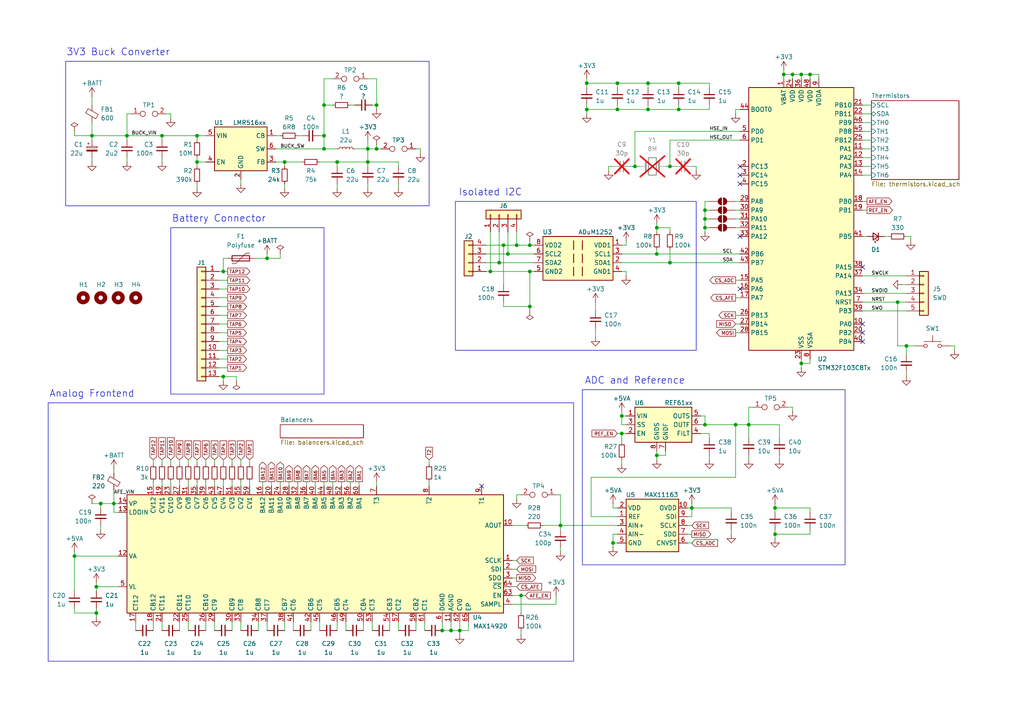
<source format=kicad_sch>
(kicad_sch (version 20250114) (generator "eeschema") (generator_version "9.0")
  (paper "A4")
  (title_block (title "Battery Management System") (date "2025-05-11") (rev "${REVISION}") (company "York Formula Student"))
  (rectangle (start 19.05 17.78) (end 124.46 59.69))
  (rectangle (start 168.91 113.03) (end 245.11 163.83))
  (rectangle (start 13.97 116.84) (end 166.37 191.77))
  (rectangle (start 132.08 58.42) (end 201.93 101.6))
  (rectangle (start 49.53 66.04) (end 93.98 114.3))
  (text "ADC and Reference" (at 184.15 110.49 0) (effects (font (size 2 2))))
  (text "Isolated I2C" (at 142.24 55.88 0) (effects (font (size 2 2))))
  (text "3V3 Buck Converter" (at 34.29 15.24 0) (effects (font (size 2 2))))
  (text "Analog Frontend" (at 26.67 114.3 0) (effects (font (size 2 2))))
  (text "Battery Connector" (at 63.5 63.5 0) (effects (font (size 2 2))))
  (junction (at 46.99 39.37))
  (junction (at 232.41 21.59))
  (junction (at 146.05 71.12))
  (junction (at 190.5 66.04))
  (junction (at 194.31 48.26))
  (junction (at 153.67 71.12))
  (junction (at 200.66 147.32))
  (junction (at 109.22 30.48))
  (junction (at 204.47 66.04))
  (junction (at 36.83 39.37))
  (junction (at 151.13 172.72))
  (junction (at 177.8 157.48))
  (junction (at 147.32 73.66))
  (junction (at 133.35 182.88))
  (junction (at 229.87 21.59))
  (junction (at 149.86 71.12))
  (junction (at 106.68 43.18))
  (junction (at 232.41 105.41))
  (junction (at 27.94 177.8))
  (junction (at 194.31 76.2))
  (junction (at 170.18 24.13))
  (junction (at 190.5 73.66))
  (junction (at 162.56 152.4))
  (junction (at 234.95 21.59))
  (junction (at 64.77 78.74))
  (junction (at 93.98 43.18))
  (junction (at 26.67 39.37))
  (junction (at 190.5 132.08))
  (junction (at 179.07 24.13))
  (junction (at 184.15 48.26))
  (junction (at 153.67 88.9))
  (junction (at 128.27 182.88))
  (junction (at 170.18 31.75))
  (junction (at 180.34 120.65))
  (junction (at 142.24 78.74))
  (junction (at 187.96 24.13))
  (junction (at 224.79 154.94))
  (junction (at 204.47 63.5))
  (junction (at 153.67 78.74))
  (junction (at 57.15 39.37))
  (junction (at 187.96 31.75))
  (junction (at 196.85 31.75))
  (junction (at 64.77 109.22))
  (junction (at 262.89 100.33))
  (junction (at 224.79 147.32))
  (junction (at 179.07 31.75))
  (junction (at 227.33 21.59))
  (junction (at 57.15 46.99))
  (junction (at 27.94 170.18))
  (junction (at 109.22 43.18))
  (junction (at 82.55 46.99))
  (junction (at 33.02 146.05))
  (junction (at 29.21 146.05))
  (junction (at 77.47 74.93))
  (junction (at 180.34 125.73))
  (junction (at 217.17 123.19))
  (junction (at 93.98 39.37))
  (junction (at 213.36 123.19))
  (junction (at 196.85 24.13))
  (junction (at 21.59 161.29))
  (junction (at 204.47 123.19))
  (junction (at 130.81 182.88))
  (junction (at 260.35 87.63))
  (junction (at 97.79 46.99))
  (junction (at 204.47 60.96))
  (junction (at 144.78 76.2))
  (junction (at 93.98 30.48))
  (junction (at 106.68 46.99))
  (no_connect (at 139.7 140.97))
  (no_connect (at 250.19 77.47))
  (no_connect (at 250.19 99.06))
  (no_connect (at 250.19 96.52))
  (no_connect (at 214.63 50.8))
  (no_connect (at 214.63 68.58))
  (no_connect (at 214.63 83.82))
  (no_connect (at 214.63 53.34))
  (no_connect (at 250.19 93.98))
  (no_connect (at 214.63 48.26))
  (wire (pts (xy 133.35 182.88) (xy 133.35 184.15)))
  (wire (pts (xy 144.78 76.2) (xy 154.94 76.2)))
  (wire (pts (xy 140.97 73.66) (xy 147.32 73.66)))
  (wire (pts (xy 171.45 138.43) (xy 213.36 138.43)))
  (wire (pts (xy 227.33 21.59) (xy 227.33 22.86)))
  (wire (pts (xy 38.1 33.02) (xy 36.83 33.02)))
  (wire (pts (xy 36.83 45.72) (xy 36.83 46.99)))
  (wire (pts (xy 82.55 53.34) (xy 82.55 54.61)))
  (wire (pts (xy 77.47 74.93) (xy 77.47 73.66)))
  (wire (pts (xy 33.02 142.24) (xy 33.02 146.05)))
  (wire (pts (xy 205.74 60.96) (xy 204.47 60.96)))
  (wire (pts (xy 57.15 133.35) (xy 57.15 134.62)))
  (wire (pts (xy 147.32 67.31) (xy 147.32 73.66)))
  (wire (pts (xy 146.05 88.9) (xy 146.05 87.63)))
  (wire (pts (xy 140.97 71.12) (xy 146.05 71.12)))
  (wire (pts (xy 57.15 46.99) (xy 59.69 46.99)))
  (wire (pts (xy 120.65 180.34) (xy 120.65 182.88)))
  (wire (pts (xy 80.01 39.37) (xy 81.28 39.37)))
  (wire (pts (xy 130.81 180.34) (xy 130.81 182.88)))
  (wire (pts (xy 59.69 139.7) (xy 59.69 140.97)))
  (wire (pts (xy 232.41 105.41) (xy 232.41 106.68)))
  (wire (pts (xy 234.95 22.86) (xy 234.95 21.59)))
  (wire (pts (xy 101.6 139.7) (xy 101.6 140.97)))
  (wire (pts (xy 68.58 109.22) (xy 64.77 109.22)))
  (wire (pts (xy 63.5 88.9) (xy 66.04 88.9)))
  (wire (pts (xy 135.89 180.34) (xy 135.89 182.88)))
  (wire (pts (xy 46.99 45.72) (xy 46.99 46.99)))
  (wire (pts (xy 213.36 60.96) (xy 214.63 60.96)))
  (wire (pts (xy 190.5 67.31) (xy 190.5 66.04)))
  (wire (pts (xy 171.45 138.43) (xy 171.45 149.86)))
  (wire (pts (xy 52.07 180.34) (xy 52.07 182.88)))
  (wire (pts (xy 52.07 139.7) (xy 52.07 140.97)))
  (wire (pts (xy 237.49 22.86) (xy 237.49 21.59)))
  (wire (pts (xy 200.66 147.32) (xy 199.39 147.32)))
  (wire (pts (xy 224.79 147.32) (xy 224.79 148.59)))
  (wire (pts (xy 250.19 85.09) (xy 262.89 85.09)))
  (wire (pts (xy 262.89 100.33) (xy 260.35 100.33)))
  (wire (pts (xy 148.59 172.72) (xy 151.13 172.72)))
  (wire (pts (xy 234.95 21.59) (xy 232.41 21.59)))
  (wire (pts (xy 234.95 148.59) (xy 234.95 147.32)))
  (wire (pts (xy 140.97 78.74) (xy 142.24 78.74)))
  (wire (pts (xy 177.8 157.48) (xy 177.8 154.94)))
  (wire (pts (xy 46.99 180.34) (xy 46.99 182.88)))
  (wire (pts (xy 148.59 167.64) (xy 149.86 167.64)))
  (wire (pts (xy 184.15 38.1) (xy 214.63 38.1)))
  (wire (pts (xy 106.68 22.86) (xy 109.22 22.86)))
  (wire (pts (xy 262.89 68.58) (xy 264.16 68.58)))
  (wire (pts (xy 44.45 139.7) (xy 44.45 140.97)))
  (wire (pts (xy 109.22 139.7) (xy 109.22 140.97)))
  (wire (pts (xy 229.87 118.11) (xy 229.87 119.38)))
  (wire (pts (xy 229.87 21.59) (xy 227.33 21.59)))
  (wire (pts (xy 180.34 120.65) (xy 180.34 123.19)))
  (wire (pts (xy 148.59 170.18) (xy 149.86 170.18)))
  (wire (pts (xy 97.79 53.34) (xy 97.79 54.61)))
  (wire (pts (xy 185.42 48.26) (xy 184.15 48.26)))
  (wire (pts (xy 180.34 123.19) (xy 181.61 123.19)))
  (wire (pts (xy 66.04 74.93) (xy 64.77 74.93)))
  (wire (pts (xy 199.39 157.48) (xy 200.66 157.48)))
  (wire (pts (xy 77.47 180.34) (xy 77.47 182.88)))
  (wire (pts (xy 106.68 40.64) (xy 106.68 43.18)))
  (wire (pts (xy 33.02 148.59) (xy 34.29 148.59)))
  (wire (pts (xy 109.22 41.91) (xy 109.22 43.18)))
  (wire (pts (xy 63.5 106.68) (xy 66.04 106.68)))
  (wire (pts (xy 106.68 48.26) (xy 106.68 46.99)))
  (wire (pts (xy 26.67 146.05) (xy 29.21 146.05)))
  (wire (pts (xy 34.29 161.29) (xy 21.59 161.29)))
  (wire (pts (xy 148.59 165.1) (xy 149.86 165.1)))
  (wire (pts (xy 74.93 180.34) (xy 74.93 182.88)))
  (wire (pts (xy 170.18 22.86) (xy 170.18 24.13)))
  (wire (pts (xy 109.22 30.48) (xy 107.95 30.48)))
  (wire (pts (xy 262.89 100.33) (xy 265.43 100.33)))
  (wire (pts (xy 213.36 66.04) (xy 214.63 66.04)))
  (wire (pts (xy 171.45 149.86) (xy 179.07 149.86)))
  (wire (pts (xy 54.61 180.34) (xy 54.61 182.88)))
  (wire (pts (xy 194.31 48.26) (xy 195.58 48.26)))
  (wire (pts (xy 69.85 180.34) (xy 69.85 182.88)))
  (wire (pts (xy 57.15 45.72) (xy 57.15 46.99)))
  (wire (pts (xy 204.47 120.65) (xy 204.47 123.19)))
  (wire (pts (xy 180.34 125.73) (xy 180.34 128.27)))
  (wire (pts (xy 44.45 133.35) (xy 44.45 134.62)))
  (wire (pts (xy 80.01 46.99) (xy 82.55 46.99)))
  (wire (pts (xy 250.19 80.01) (xy 262.89 80.01)))
  (wire (pts (xy 64.77 133.35) (xy 64.77 134.62)))
  (wire (pts (xy 200.66 48.26) (xy 201.93 48.26)))
  (wire (pts (xy 213.36 138.43) (xy 213.36 123.19)))
  (wire (pts (xy 101.6 30.48) (xy 102.87 30.48)))
  (wire (pts (xy 161.29 175.26) (xy 148.59 175.26)))
  (wire (pts (xy 63.5 81.28) (xy 66.04 81.28)))
  (wire (pts (xy 250.19 90.17) (xy 262.89 90.17)))
  (wire (pts (xy 115.57 48.26) (xy 115.57 46.99)))
  (wire (pts (xy 142.24 78.74) (xy 153.67 78.74)))
  (wire (pts (xy 54.61 133.35) (xy 54.61 134.62)))
  (wire (pts (xy 179.07 147.32) (xy 177.8 147.32)))
  (wire (pts (xy 180.34 119.38) (xy 180.34 120.65)))
  (wire (pts (xy 196.85 24.13) (xy 205.74 24.13)))
  (wire (pts (xy 82.55 180.34) (xy 82.55 182.88)))
  (wire (pts (xy 157.48 152.4) (xy 162.56 152.4)))
  (wire (pts (xy 250.19 50.8) (xy 252.73 50.8)))
  (wire (pts (xy 182.88 48.26) (xy 184.15 48.26)))
  (wire (pts (xy 177.8 147.32) (xy 177.8 146.05)))
  (wire (pts (xy 124.46 139.7) (xy 124.46 140.97)))
  (wire (pts (xy 187.96 31.75) (xy 196.85 31.75)))
  (wire (pts (xy 170.18 24.13) (xy 170.18 25.4)))
  (wire (pts (xy 148.59 152.4) (xy 152.4 152.4)))
  (wire (pts (xy 21.59 38.1) (xy 21.59 39.37)))
  (wire (pts (xy 204.47 67.31) (xy 204.47 66.04)))
  (wire (pts (xy 213.36 31.75) (xy 213.36 33.02)))
  (wire (pts (xy 177.8 158.75) (xy 177.8 157.48)))
  (wire (pts (xy 86.36 139.7) (xy 86.36 140.97)))
  (wire (pts (xy 200.66 146.05) (xy 200.66 147.32)))
  (wire (pts (xy 212.09 153.67) (xy 212.09 154.94)))
  (wire (pts (xy 62.23 133.35) (xy 62.23 134.62)))
  (wire (pts (xy 110.49 43.18) (xy 109.22 43.18)))
  (wire (pts (xy 36.83 33.02) (xy 36.83 39.37)))
  (wire (pts (xy 187.96 30.48) (xy 187.96 31.75)))
  (wire (pts (xy 73.66 74.93) (xy 77.47 74.93)))
  (wire (pts (xy 250.19 68.58) (xy 251.46 68.58)))
  (wire (pts (xy 106.68 43.18) (xy 109.22 43.18)))
  (wire (pts (xy 213.36 63.5) (xy 214.63 63.5)))
  (wire (pts (xy 261.62 82.55) (xy 262.89 82.55)))
  (wire (pts (xy 205.74 25.4) (xy 205.74 24.13)))
  (wire (pts (xy 200.66 147.32) (xy 200.66 149.86)))
  (wire (pts (xy 250.19 87.63) (xy 260.35 87.63)))
  (wire (pts (xy 104.14 139.7) (xy 104.14 140.97)))
  (wire (pts (xy 204.47 123.19) (xy 203.2 123.19)))
  (wire (pts (xy 63.5 83.82) (xy 66.04 83.82)))
  (wire (pts (xy 64.77 78.74) (xy 66.04 78.74)))
  (wire (pts (xy 153.67 88.9) (xy 153.67 90.17)))
  (wire (pts (xy 68.58 110.49) (xy 68.58 109.22)))
  (wire (pts (xy 146.05 71.12) (xy 146.05 82.55)))
  (wire (pts (xy 97.79 46.99) (xy 97.79 48.26)))
  (wire (pts (xy 181.61 78.74) (xy 181.61 80.01)))
  (wire (pts (xy 21.59 177.8) (xy 27.94 177.8)))
  (wire (pts (xy 250.19 33.02) (xy 252.73 33.02)))
  (wire (pts (xy 153.67 88.9) (xy 153.67 78.74)))
  (wire (pts (xy 128.27 180.34) (xy 128.27 182.88)))
  (wire (pts (xy 96.52 139.7) (xy 96.52 140.97)))
  (wire (pts (xy 217.17 118.11) (xy 218.44 118.11)))
  (wire (pts (xy 170.18 31.75) (xy 170.18 33.02)))
  (wire (pts (xy 179.07 24.13) (xy 187.96 24.13)))
  (wire (pts (xy 115.57 53.34) (xy 115.57 54.61)))
  (wire (pts (xy 262.89 107.95) (xy 262.89 109.22)))
  (wire (pts (xy 180.34 133.35) (xy 180.34 134.62)))
  (wire (pts (xy 88.9 139.7) (xy 88.9 140.97)))
  (wire (pts (xy 180.34 125.73) (xy 181.61 125.73)))
  (wire (pts (xy 124.46 133.35) (xy 124.46 134.62)))
  (wire (pts (xy 113.03 180.34) (xy 113.03 182.88)))
  (wire (pts (xy 97.79 180.34) (xy 97.79 182.88)))
  (wire (pts (xy 151.13 182.88) (xy 151.13 184.15)))
  (wire (pts (xy 196.85 30.48) (xy 196.85 31.75)))
  (wire (pts (xy 33.02 146.05) (xy 33.02 148.59)))
  (wire (pts (xy 161.29 143.51) (xy 162.56 143.51)))
  (wire (pts (xy 106.68 53.34) (xy 106.68 54.61)))
  (wire (pts (xy 227.33 20.32) (xy 227.33 21.59)))
  (wire (pts (xy 250.19 38.1) (xy 252.73 38.1)))
  (wire (pts (xy 187.96 25.4) (xy 187.96 24.13)))
  (wire (pts (xy 48.26 33.02) (xy 49.53 33.02)))
  (wire (pts (xy 96.52 22.86) (xy 93.98 22.86)))
  (wire (pts (xy 190.5 72.39) (xy 190.5 73.66)))
  (wire (pts (xy 213.36 123.19) (xy 217.17 123.19)))
  (wire (pts (xy 217.17 132.08) (xy 217.17 133.35)))
  (wire (pts (xy 149.86 67.31) (xy 149.86 71.12)))
  (wire (pts (xy 85.09 180.34) (xy 85.09 182.88)))
  (wire (pts (xy 234.95 147.32) (xy 224.79 147.32)))
  (wire (pts (xy 190.5 66.04) (xy 194.31 66.04)))
  (wire (pts (xy 33.02 135.89) (xy 33.02 137.16)))
  (wire (pts (xy 226.06 123.19) (xy 217.17 123.19)))
  (wire (pts (xy 181.61 120.65) (xy 180.34 120.65)))
  (wire (pts (xy 97.79 46.99) (xy 92.71 46.99)))
  (wire (pts (xy 179.07 154.94) (xy 177.8 154.94)))
  (wire (pts (xy 135.89 182.88) (xy 133.35 182.88)))
  (wire (pts (xy 194.31 40.64) (xy 194.31 48.26)))
  (wire (pts (xy 90.17 180.34) (xy 90.17 182.88)))
  (wire (pts (xy 162.56 143.51) (xy 162.56 152.4)))
  (wire (pts (xy 234.95 154.94) (xy 224.79 154.94)))
  (wire (pts (xy 204.47 123.19) (xy 213.36 123.19)))
  (wire (pts (xy 57.15 39.37) (xy 57.15 40.64)))
  (wire (pts (xy 121.92 43.18) (xy 120.65 43.18)))
  (wire (pts (xy 57.15 139.7) (xy 57.15 140.97)))
  (wire (pts (xy 49.53 133.35) (xy 49.53 134.62)))
  (wire (pts (xy 181.61 69.85) (xy 181.61 71.12)))
  (wire (pts (xy 46.99 39.37) (xy 57.15 39.37)))
  (wire (pts (xy 172.72 87.63) (xy 172.72 90.17)))
  (wire (pts (xy 205.74 125.73) (xy 205.74 127)))
  (wire (pts (xy 217.17 127) (xy 217.17 123.19)))
  (wire (pts (xy 102.87 43.18) (xy 106.68 43.18)))
  (wire (pts (xy 57.15 46.99) (xy 57.15 48.26)))
  (wire (pts (xy 93.98 22.86) (xy 93.98 30.48)))
  (wire (pts (xy 27.94 176.53) (xy 27.94 177.8)))
  (wire (pts (xy 82.55 46.99) (xy 87.63 46.99)))
  (wire (pts (xy 190.5 64.77) (xy 190.5 66.04)))
  (wire (pts (xy 250.19 48.26) (xy 252.73 48.26)))
  (wire (pts (xy 256.54 68.58) (xy 257.81 68.58)))
  (wire (pts (xy 196.85 25.4) (xy 196.85 24.13)))
  (wire (pts (xy 144.78 67.31) (xy 144.78 76.2)))
  (wire (pts (xy 153.67 71.12) (xy 154.94 71.12)))
  (wire (pts (xy 149.86 71.12) (xy 153.67 71.12)))
  (wire (pts (xy 234.95 153.67) (xy 234.95 154.94)))
  (wire (pts (xy 63.5 93.98) (xy 66.04 93.98)))
  (wire (pts (xy 149.86 144.78) (xy 149.86 143.51)))
  (wire (pts (xy 67.31 133.35) (xy 67.31 134.62)))
  (wire (pts (xy 99.06 139.7) (xy 99.06 140.97)))
  (wire (pts (xy 205.74 58.42) (xy 204.47 58.42)))
  (wire (pts (xy 194.31 48.26) (xy 193.04 48.26)))
  (wire (pts (xy 179.07 30.48) (xy 179.07 31.75)))
  (wire (pts (xy 46.99 139.7) (xy 46.99 140.97)))
  (wire (pts (xy 63.5 109.22) (xy 64.77 109.22)))
  (wire (pts (xy 153.67 69.85) (xy 153.67 71.12)))
  (wire (pts (xy 21.59 176.53) (xy 21.59 177.8)))
  (wire (pts (xy 63.5 96.52) (xy 66.04 96.52)))
  (wire (pts (xy 170.18 30.48) (xy 170.18 31.75)))
  (wire (pts (xy 204.47 63.5) (xy 204.47 66.04)))
  (wire (pts (xy 170.18 24.13) (xy 179.07 24.13)))
  (wire (pts (xy 64.77 74.93) (xy 64.77 78.74)))
  (wire (pts (xy 250.19 60.96) (xy 251.46 60.96)))
  (wire (pts (xy 213.36 96.52) (xy 214.63 96.52)))
  (wire (pts (xy 72.39 133.35) (xy 72.39 134.62)))
  (wire (pts (xy 59.69 133.35) (xy 59.69 134.62)))
  (wire (pts (xy 196.85 31.75) (xy 205.74 31.75)))
  (wire (pts (xy 21.59 161.29) (xy 21.59 171.45)))
  (wire (pts (xy 162.56 153.67) (xy 162.56 152.4)))
  (wire (pts (xy 194.31 76.2) (xy 214.63 76.2)))
  (wire (pts (xy 107.95 180.34) (xy 107.95 182.88)))
  (wire (pts (xy 205.74 30.48) (xy 205.74 31.75)))
  (wire (pts (xy 213.36 58.42) (xy 214.63 58.42)))
  (wire (pts (xy 250.19 43.18) (xy 252.73 43.18)))
  (wire (pts (xy 262.89 100.33) (xy 262.89 102.87)))
  (wire (pts (xy 162.56 158.75) (xy 162.56 160.02)))
  (wire (pts (xy 180.34 71.12) (xy 181.61 71.12)))
  (wire (pts (xy 63.5 86.36) (xy 66.04 86.36)))
  (wire (pts (xy 232.41 104.14) (xy 232.41 105.41)))
  (wire (pts (xy 93.98 43.18) (xy 97.79 43.18)))
  (wire (pts (xy 46.99 133.35) (xy 46.99 134.62)))
  (wire (pts (xy 190.5 132.08) (xy 190.5 133.35)))
  (wire (pts (xy 146.05 71.12) (xy 149.86 71.12)))
  (wire (pts (xy 62.23 180.34) (xy 62.23 182.88)))
  (wire (pts (xy 27.94 170.18) (xy 34.29 170.18)))
  (wire (pts (xy 260.35 100.33) (xy 260.35 87.63)))
  (wire (pts (xy 142.24 67.31) (xy 142.24 78.74)))
  (wire (pts (xy 213.36 86.36) (xy 214.63 86.36)))
  (wire (pts (xy 193.04 130.81) (xy 193.04 132.08)))
  (wire (pts (xy 200.66 149.86) (xy 199.39 149.86)))
  (wire (pts (xy 213.36 81.28) (xy 214.63 81.28)))
  (wire (pts (xy 92.71 180.34) (xy 92.71 182.88)))
  (wire (pts (xy 224.79 146.05) (xy 224.79 147.32)))
  (wire (pts (xy 77.47 74.93) (xy 81.28 74.93)))
  (wire (pts (xy 149.86 143.51) (xy 151.13 143.51)))
  (wire (pts (xy 140.97 76.2) (xy 144.78 76.2)))
  (wire (pts (xy 228.6 118.11) (xy 229.87 118.11)))
  (wire (pts (xy 229.87 22.86) (xy 229.87 21.59)))
  (wire (pts (xy 27.94 170.18) (xy 27.94 171.45)))
  (wire (pts (xy 106.68 43.18) (xy 106.68 46.99)))
  (wire (pts (xy 62.23 139.7) (xy 62.23 140.97)))
  (wire (pts (xy 179.07 25.4) (xy 179.07 24.13)))
  (wire (pts (xy 93.98 30.48) (xy 96.52 30.48)))
  (wire (pts (xy 205.74 132.08) (xy 205.74 133.35)))
  (wire (pts (xy 151.13 172.72) (xy 151.13 177.8)))
  (wire (pts (xy 46.99 40.64) (xy 46.99 39.37)))
  (wire (pts (xy 180.34 73.66) (xy 190.5 73.66)))
  (wire (pts (xy 26.67 39.37) (xy 36.83 39.37)))
  (wire (pts (xy 64.77 109.22) (xy 64.77 110.49)))
  (wire (pts (xy 44.45 180.34) (xy 44.45 182.88)))
  (wire (pts (xy 26.67 27.94) (xy 26.67 30.48)))
  (wire (pts (xy 26.67 45.72) (xy 26.67 46.99)))
  (wire (pts (xy 176.53 49.53) (xy 176.53 48.26)))
  (wire (pts (xy 21.59 160.02) (xy 21.59 161.29)))
  (wire (pts (xy 260.35 87.63) (xy 262.89 87.63)))
  (wire (pts (xy 133.35 182.88) (xy 130.81 182.88)))
  (wire (pts (xy 162.56 152.4) (xy 179.07 152.4)))
  (wire (pts (xy 26.67 35.56) (xy 26.67 39.37)))
  (wire (pts (xy 147.32 73.66) (xy 154.94 73.66)))
  (wire (pts (xy 109.22 31.75) (xy 109.22 30.48)))
  (wire (pts (xy 57.15 53.34) (xy 57.15 54.61)))
  (wire (pts (xy 93.98 30.48) (xy 93.98 39.37)))
  (wire (pts (xy 179.07 125.73) (xy 180.34 125.73)))
  (wire (pts (xy 214.63 31.75) (xy 213.36 31.75)))
  (wire (pts (xy 39.37 180.34) (xy 39.37 182.88)))
  (wire (pts (xy 250.19 30.48) (xy 252.73 30.48)))
  (wire (pts (xy 213.36 91.44) (xy 214.63 91.44)))
  (wire (pts (xy 194.31 40.64) (xy 214.63 40.64)))
  (wire (pts (xy 179.07 31.75) (xy 170.18 31.75)))
  (wire (pts (xy 93.98 139.7) (xy 93.98 140.97)))
  (wire (pts (xy 264.16 68.58) (xy 264.16 69.85)))
  (wire (pts (xy 83.82 139.7) (xy 83.82 140.97)))
  (wire (pts (xy 63.5 99.06) (xy 66.04 99.06)))
  (wire (pts (xy 204.47 58.42) (xy 204.47 60.96)))
  (wire (pts (xy 29.21 152.4) (xy 29.21 153.67)))
  (wire (pts (xy 76.2 139.7) (xy 76.2 140.97)))
  (wire (pts (xy 204.47 60.96) (xy 204.47 63.5)))
  (wire (pts (xy 121.92 43.18) (xy 121.92 44.45)))
  (wire (pts (xy 69.85 139.7) (xy 69.85 140.97)))
  (wire (pts (xy 100.33 180.34) (xy 100.33 182.88)))
  (wire (pts (xy 81.28 139.7) (xy 81.28 140.97)))
  (wire (pts (xy 180.34 76.2) (xy 194.31 76.2)))
  (wire (pts (xy 237.49 21.59) (xy 234.95 21.59)))
  (wire (pts (xy 21.59 39.37) (xy 26.67 39.37)))
  (wire (pts (xy 177.8 157.48) (xy 179.07 157.48)))
  (wire (pts (xy 275.59 100.33) (xy 276.86 100.33)))
  (wire (pts (xy 72.39 139.7) (xy 72.39 140.97)))
  (wire (pts (xy 199.39 152.4) (xy 200.66 152.4)))
  (wire (pts (xy 92.71 39.37) (xy 93.98 39.37)))
  (wire (pts (xy 109.22 22.86) (xy 109.22 30.48)))
  (wire (pts (xy 199.39 154.94) (xy 200.66 154.94)))
  (wire (pts (xy 130.81 182.88) (xy 128.27 182.88)))
  (wire (pts (xy 234.95 105.41) (xy 232.41 105.41)))
  (wire (pts (xy 63.5 78.74) (xy 64.77 78.74)))
  (wire (pts (xy 190.5 73.66) (xy 214.63 73.66)))
  (wire (pts (xy 54.61 139.7) (xy 54.61 140.97)))
  (wire (pts (xy 217.17 118.11) (xy 217.17 123.19)))
  (wire (pts (xy 69.85 53.34) (xy 69.85 52.07)))
  (wire (pts (xy 205.74 63.5) (xy 204.47 63.5)))
  (wire (pts (xy 64.77 139.7) (xy 64.77 140.97)))
  (wire (pts (xy 36.83 40.64) (xy 36.83 39.37)))
  (wire (pts (xy 172.72 95.25) (xy 172.72 97.79)))
  (wire (pts (xy 91.44 139.7) (xy 91.44 140.97)))
  (wire (pts (xy 106.68 46.99) (xy 97.79 46.99)))
  (wire (pts (xy 67.31 180.34) (xy 67.31 182.88)))
  (wire (pts (xy 224.79 156.21) (xy 224.79 154.94)))
  (wire (pts (xy 123.19 180.34) (xy 123.19 182.88)))
  (wire (pts (xy 201.93 48.26) (xy 201.93 49.53)))
  (wire (pts (xy 63.5 91.44) (xy 66.04 91.44)))
  (wire (pts (xy 105.41 180.34) (xy 105.41 182.88)))
  (wire (pts (xy 194.31 72.39) (xy 194.31 76.2)))
  (wire (pts (xy 29.21 147.32) (xy 29.21 146.05)))
  (wire (pts (xy 232.41 21.59) (xy 229.87 21.59)))
  (wire (pts (xy 93.98 39.37) (xy 93.98 43.18)))
  (wire (pts (xy 82.55 46.99) (xy 82.55 48.26)))
  (wire (pts (xy 226.06 132.08) (xy 226.06 133.35)))
  (wire (pts (xy 36.83 39.37) (xy 46.99 39.37)))
  (wire (pts (xy 69.85 133.35) (xy 69.85 134.62)))
  (wire (pts (xy 27.94 168.91) (xy 27.94 170.18)))
  (wire (pts (xy 250.19 45.72) (xy 252.73 45.72)))
  (wire (pts (xy 184.15 38.1) (xy 184.15 48.26)))
  (wire (pts (xy 49.53 139.7) (xy 49.53 140.97)))
  (wire (pts (xy 250.19 35.56) (xy 252.73 35.56)))
  (wire (pts (xy 213.36 93.98) (xy 214.63 93.98)))
  (wire (pts (xy 226.06 127) (xy 226.06 123.19)))
  (wire (pts (xy 232.41 22.86) (xy 232.41 21.59)))
  (wire (pts (xy 176.53 48.26) (xy 177.8 48.26)))
  (wire (pts (xy 52.07 133.35) (xy 52.07 134.62)))
  (wire (pts (xy 153.67 78.74) (xy 154.94 78.74)))
  (wire (pts (xy 27.94 177.8) (xy 27.94 179.07)))
  (wire (pts (xy 190.5 130.81) (xy 190.5 132.08)))
  (wire (pts (xy 86.36 39.37) (xy 87.63 39.37)))
  (wire (pts (xy 78.74 139.7) (xy 78.74 140.97)))
  (wire (pts (xy 187.96 24.13) (xy 196.85 24.13)))
  (wire (pts (xy 151.13 172.72) (xy 152.4 172.72)))
  (wire (pts (xy 212.09 147.32) (xy 200.66 147.32)))
  (wire (pts (xy 106.68 46.99) (xy 115.57 46.99)))
  (wire (pts (xy 161.29 172.72) (xy 161.29 175.26)))
  (wire (pts (xy 250.19 40.64) (xy 252.73 40.64)))
  (wire (pts (xy 204.47 66.04) (xy 205.74 66.04)))
  (wire (pts (xy 49.53 33.02) (xy 49.53 34.29)))
  (wire (pts (xy 67.31 139.7) (xy 67.31 140.97)))
  (wire (pts (xy 180.34 78.74) (xy 181.61 78.74)))
  (wire (pts (xy 212.09 148.59) (xy 212.09 147.32)))
  (wire (pts (xy 63.5 101.6) (xy 66.04 101.6)))
  (wire (pts (xy 57.15 39.37) (xy 59.69 39.37)))
  (wire (pts (xy 133.35 180.34) (xy 133.35 182.88)))
  (wire (pts (xy 63.5 104.14) (xy 66.04 104.14)))
  (wire (pts (xy 59.69 180.34) (xy 59.69 182.88)))
  (wire (pts (xy 26.67 40.64) (xy 26.67 39.37)))
  (wire (pts (xy 146.05 88.9) (xy 153.67 88.9)))
  (wire (pts (xy 179.07 31.75) (xy 187.96 31.75)))
  (wire (pts (xy 148.59 162.56) (xy 149.86 162.56)))
  (wire (pts (xy 203.2 120.65) (xy 204.47 120.65)))
  (wire (pts (xy 276.86 100.33) (xy 276.86 101.6)))
  (wire (pts (xy 34.29 146.05) (xy 33.02 146.05)))
  (wire (pts (xy 224.79 153.67) (xy 224.79 154.94)))
  (wire (pts (xy 29.21 146.05) (xy 33.02 146.05)))
  (wire (pts (xy 234.95 104.14) (xy 234.95 105.41)))
  (wire (pts (xy 194.31 66.04) (xy 194.31 67.31)))
  (wire (pts (xy 203.2 125.73) (xy 205.74 125.73)))
  (wire (pts (xy 81.28 73.66) (xy 81.28 74.93)))
  (wire (pts (xy 80.01 43.18) (xy 93.98 43.18)))
  (wire (pts (xy 115.57 180.34) (xy 115.57 182.88)))
  (wire (pts (xy 250.19 58.42) (xy 251.46 58.42)))
  (wire (pts (xy 193.04 132.08) (xy 190.5 132.08)))
  (label "NRST" (at 252.73 87.63 0) (effects (font (size 1 1))))
  (label "SCL" (at 209.55 73.66 0) (effects (font (size 1 1))))
  (label "BUCK_VIN" (at 38.1 39.37 0) (effects (font (size 1 1))))
  (label "AFE_VIN" (at 33.02 143.51 0) (effects (font (size 1 1))))
  (label "SWDIO" (at 252.73 85.09 0) (effects (font (size 1 1))))
  (label "SDA" (at 209.55 76.2 0) (effects (font (size 1 1))))
  (label "SWCLK" (at 252.73 80.01 0) (effects (font (size 1 1))))
  (label "HSE_IN" (at 205.74 38.1 0) (effects (font (size 1 1))))
  (label "HSE_OUT" (at 205.74 40.64 0) (effects (font (size 1 1))))
  (label "SWO" (at 252.73 90.17 0) (effects (font (size 1 1))))
  (label "BUCK_SW" (at 81.28 43.18 0) (effects (font (size 1 1))))
  (global_label "TAP2" (shape output) (at 66.04 104.14 0) (effects (font (size 1 1))) (property "Intersheetrefs" "${INTERSHEET_REFS}" (effects (hide yes))))
  (global_label "CS_ADC" (shape input) (at 200.66 157.48 0) (effects (font (size 1 1))) (property "Intersheetrefs" "${INTERSHEET_REFS}" (effects (hide yes))))
  (global_label "TAP8" (shape output) (at 66.04 88.9 0) (effects (font (size 1 1))) (property "Intersheetrefs" "${INTERSHEET_REFS}" (effects (hide yes))))
  (global_label "BA8" (shape output) (at 86.36 139.7 90) (effects (font (size 1 1))) (property "Intersheetrefs" "${INTERSHEET_REFS}" (effects (hide yes))))
  (global_label "REF_EN" (shape input) (at 179.07 125.73 180) (effects (font (size 1 1))) (property "Intersheetrefs" "${INTERSHEET_REFS}" (effects (hide yes))))
  (global_label "MISO" (shape output) (at 149.86 167.64 0) (effects (font (size 1 1))) (property "Intersheetrefs" "${INTERSHEET_REFS}" (effects (hide yes))))
  (global_label "TAP4" (shape output) (at 66.04 99.06 0) (effects (font (size 1 1))) (property "Intersheetrefs" "${INTERSHEET_REFS}" (effects (hide yes))))
  (global_label "T2" (shape input) (at 124.46 133.35 90) (effects (font (size 1 1))) (property "Intersheetrefs" "${INTERSHEET_REFS}" (effects (hide yes))))
  (global_label "TAP9" (shape output) (at 66.04 86.36 0) (effects (font (size 1 1))) (property "Intersheetrefs" "${INTERSHEET_REFS}" (effects (hide yes))))
  (global_label "TAP3" (shape input) (at 67.31 133.35 90) (effects (font (size 1 1))) (property "Intersheetrefs" "${INTERSHEET_REFS}" (effects (hide yes))))
  (global_label "TAP5" (shape input) (at 62.23 133.35 90) (effects (font (size 1 1))) (property "Intersheetrefs" "${INTERSHEET_REFS}" (effects (hide yes))))
  (global_label "BA11" (shape output) (at 78.74 139.7 90) (effects (font (size 1 1))) (property "Intersheetrefs" "${INTERSHEET_REFS}" (effects (hide yes))))
  (global_label "TAP1" (shape output) (at 66.04 106.68 0) (effects (font (size 1 1))) (property "Intersheetrefs" "${INTERSHEET_REFS}" (effects (hide yes))))
  (global_label "TAP11" (shape input) (at 46.99 133.35 90) (effects (font (size 1 1))) (property "Intersheetrefs" "${INTERSHEET_REFS}" (effects (hide yes))))
  (global_label "TAP3" (shape output) (at 66.04 101.6 0) (effects (font (size 1 1))) (property "Intersheetrefs" "${INTERSHEET_REFS}" (effects (hide yes))))
  (global_label "BA6" (shape output) (at 91.44 139.7 90) (effects (font (size 1 1))) (property "Intersheetrefs" "${INTERSHEET_REFS}" (effects (hide yes))))
  (global_label "BA5" (shape output) (at 93.98 139.7 90) (effects (font (size 1 1))) (property "Intersheetrefs" "${INTERSHEET_REFS}" (effects (hide yes))))
  (global_label "CS_AFE" (shape input) (at 149.86 170.18 0) (effects (font (size 1 1))) (property "Intersheetrefs" "${INTERSHEET_REFS}" (effects (hide yes))))
  (global_label "MISO" (shape output) (at 200.66 154.94 0) (effects (font (size 1 1))) (property "Intersheetrefs" "${INTERSHEET_REFS}" (effects (hide yes))))
  (global_label "TAP7" (shape output) (at 66.04 91.44 0) (effects (font (size 1 1))) (property "Intersheetrefs" "${INTERSHEET_REFS}" (effects (hide yes))))
  (global_label "SCK" (shape input) (at 200.66 152.4 0) (effects (font (size 1 1))) (property "Intersheetrefs" "${INTERSHEET_REFS}" (effects (hide yes))))
  (global_label "TAP8" (shape input) (at 54.61 133.35 90) (effects (font (size 1 1))) (property "Intersheetrefs" "${INTERSHEET_REFS}" (effects (hide yes))))
  (global_label "TAP5" (shape output) (at 66.04 96.52 0) (effects (font (size 1 1))) (property "Intersheetrefs" "${INTERSHEET_REFS}" (effects (hide yes))))
  (global_label "BA7" (shape output) (at 88.9 139.7 90) (effects (font (size 1 1))) (property "Intersheetrefs" "${INTERSHEET_REFS}" (effects (hide yes))))
  (global_label "TAP6" (shape output) (at 66.04 93.98 0) (effects (font (size 1 1))) (property "Intersheetrefs" "${INTERSHEET_REFS}" (effects (hide yes))))
  (global_label "BA4" (shape output) (at 96.52 139.7 90) (effects (font (size 1 1))) (property "Intersheetrefs" "${INTERSHEET_REFS}" (effects (hide yes))))
  (global_label "TAP12" (shape input) (at 44.45 133.35 90) (effects (font (size 1 1))) (property "Intersheetrefs" "${INTERSHEET_REFS}" (effects (hide yes))))
  (global_label "TAP7" (shape input) (at 57.15 133.35 90) (effects (font (size 1 1))) (property "Intersheetrefs" "${INTERSHEET_REFS}" (effects (hide yes))))
  (global_label "TAP9" (shape input) (at 52.07 133.35 90) (effects (font (size 1 1))) (property "Intersheetrefs" "${INTERSHEET_REFS}" (effects (hide yes))))
  (global_label "BA2" (shape output) (at 101.6 139.7 90) (effects (font (size 1 1))) (property "Intersheetrefs" "${INTERSHEET_REFS}" (effects (hide yes))))
  (global_label "TAP12" (shape output) (at 66.04 78.74 0) (effects (font (size 1 1))) (property "Intersheetrefs" "${INTERSHEET_REFS}" (effects (hide yes))))
  (global_label "AFE_EN" (shape input) (at 152.4 172.72 0) (effects (font (size 1 1))) (property "Intersheetrefs" "${INTERSHEET_REFS}" (effects (hide yes))))
  (global_label "SCK" (shape input) (at 149.86 162.56 0) (effects (font (size 1 1))) (property "Intersheetrefs" "${INTERSHEET_REFS}" (effects (hide yes))))
  (global_label "BA9" (shape output) (at 83.82 139.7 90) (effects (font (size 1 1))) (property "Intersheetrefs" "${INTERSHEET_REFS}" (effects (hide yes))))
  (global_label "TAP6" (shape input) (at 59.69 133.35 90) (effects (font (size 1 1))) (property "Intersheetrefs" "${INTERSHEET_REFS}" (effects (hide yes))))
  (global_label "REF_EN" (shape output) (at 251.46 60.96 0) (effects (font (size 1 1))) (property "Intersheetrefs" "${INTERSHEET_REFS}" (effects (hide yes))))
  (global_label "CS_AFE" (shape output) (at 213.36 86.36 180) (effects (font (size 1 1))) (property "Intersheetrefs" "${INTERSHEET_REFS}" (effects (hide yes))))
  (global_label "TAP1" (shape input) (at 72.39 133.35 90) (effects (font (size 1 1))) (property "Intersheetrefs" "${INTERSHEET_REFS}" (effects (hide yes))))
  (global_label "TAP10" (shape input) (at 49.53 133.35 90) (effects (font (size 1 1))) (property "Intersheetrefs" "${INTERSHEET_REFS}" (effects (hide yes))))
  (global_label "SCK" (shape output) (at 213.36 91.44 180) (effects (font (size 1 1))) (property "Intersheetrefs" "${INTERSHEET_REFS}" (effects (hide yes))))
  (global_label "TAP4" (shape input) (at 64.77 133.35 90) (effects (font (size 1 1))) (property "Intersheetrefs" "${INTERSHEET_REFS}" (effects (hide yes))))
  (global_label "BA1" (shape output) (at 104.14 139.7 90) (effects (font (size 1 1))) (property "Intersheetrefs" "${INTERSHEET_REFS}" (effects (hide yes))))
  (global_label "MOSI" (shape input) (at 149.86 165.1 0) (effects (font (size 1 1))) (property "Intersheetrefs" "${INTERSHEET_REFS}" (effects (hide yes))))
  (global_label "MISO" (shape input) (at 213.36 93.98 180) (effects (font (size 1 1))) (property "Intersheetrefs" "${INTERSHEET_REFS}" (effects (hide yes))))
  (global_label "MOSI" (shape output) (at 213.36 96.52 180) (effects (font (size 1 1))) (property "Intersheetrefs" "${INTERSHEET_REFS}" (effects (hide yes))))
  (global_label "CS_ADC" (shape output) (at 213.36 81.28 180) (effects (font (size 1 1))) (property "Intersheetrefs" "${INTERSHEET_REFS}" (effects (hide yes))))
  (global_label "BA3" (shape output) (at 99.06 139.7 90) (effects (font (size 1 1))) (property "Intersheetrefs" "${INTERSHEET_REFS}" (effects (hide yes))))
  (global_label "TAP10" (shape output) (at 66.04 83.82 0) (effects (font (size 1 1))) (property "Intersheetrefs" "${INTERSHEET_REFS}" (effects (hide yes))))
  (global_label "TAP2" (shape input) (at 69.85 133.35 90) (effects (font (size 1 1))) (property "Intersheetrefs" "${INTERSHEET_REFS}" (effects (hide yes))))
  (global_label "BA12" (shape output) (at 76.2 139.7 90) (effects (font (size 1 1))) (property "Intersheetrefs" "${INTERSHEET_REFS}" (effects (hide yes))))
  (global_label "BA10" (shape output) (at 81.28 139.7 90) (effects (font (size 1 1))) (property "Intersheetrefs" "${INTERSHEET_REFS}" (effects (hide yes))))
  (global_label "TAP11" (shape output) (at 66.04 81.28 0) (effects (font (size 1 1))) (property "Intersheetrefs" "${INTERSHEET_REFS}" (effects (hide yes))))
  (global_label "AFE_EN" (shape output) (at 251.46 58.42 0) (effects (font (size 1 1))) (property "Intersheetrefs" "${INTERSHEET_REFS}" (effects (hide yes))))
  (symbol (lib_id "Device:C_Small") (at 72.39 182.88 270) (mirror x) (unit 1)
    (property "Reference" "C26" (at 72.39 186.69 90))
    (property "Value" "1u" (at 72.39 189.23 90))
    (property "Footprint" "Capacitor_SMD:C_0805_2012Metric" (effects (hide yes)))
    (property "Description" "Unpolarized capacitor, small symbol" (effects (hide yes)))
    (property "Dist #" "C126592" (effects (hide yes)))
    (property "Mfr" "Murata" (effects (hide yes)))
    (property "Mfr #" "GCM21BR71H105KA03L" (effects (hide yes)))
    (property "Dist" "LCSC" (effects (hide yes)))
  )
  (symbol (lib_id "Device:C_Small") (at 187.96 27.94 0) (unit 1)
    (property "Reference" "C13" (at 190.5 26.6762 0) (effects (justify left)))
    (property "Value" "1u" (at 190.5 29.2162 0) (effects (justify left)))
    (property "Footprint" "Capacitor_SMD:C_0603_1608Metric" (effects (hide yes)))
    (property "Description" "Unpolarized capacitor, small symbol" (effects (hide yes)))
    (property "Dist #" "C5199872" (effects (hide yes)))
    (property "Mfr" "Samsung" (effects (hide yes)))
    (property "Mfr #" "CL10B105KB8NQNC" (effects (hide yes)))
    (property "Dist" "LCSC" (effects (hide yes)))
  )
  (symbol (lib_id "yfs:REF61xx") (at 184.15 118.11 0) (unit 1)
    (property "Reference" "U6" (at 185.42 116.84 0))
    (property "Value" "REF61xx" (at 196.85 116.84 0))
    (property "Footprint" "Package_SO:VSSOP-8_3x3mm_P0.65mm" (effects (hide yes)))
    (property "Datasheet" "https://www.ti.com/lit/ds/symlink/ref6145.pdf" (effects (hide yes)))
    (property "Description" "High-Precision Voltage Reference With Integrated ADC Drive Buffer" (effects (hide yes)))
    (property "Dist" "Mouser" (effects (hide yes)))
    (property "Dist #" "595-REF6145IDGKT" (effects (hide yes)))
    (property "Mfr" "Texas Instruments" (effects (hide yes)))
    (property "Mfr #" "REF6145IDGKT" (effects (hide yes)))
  )
  (symbol (lib_id "Device:R_Small") (at 49.53 137.16 180) (unit 1)
    (property "Reference" "R12" (effects (hide yes)))
    (property "Value" "3k" (effects (hide yes)))
    (property "Footprint" "Resistor_SMD:R_0603_1608Metric" (effects (hide yes)))
    (property "Description" "Resistor, small symbol" (effects (hide yes)))
    (property "Dist #" "C4211" (effects (hide yes)))
    (property "Mfr" "Uni-Royal" (effects (hide yes)))
    (property "Mfr #" "0603WAF3001T5E" (effects (hide yes)))
    (property "Dist" "LCSC" (effects (hide yes)))
  )
  (symbol (lib_id "Mechanical:MountingHole") (at 34.29 86.36 0) (unit 1) (exclude_from_sim yes) (in_bom no)
    (property "Reference" "H3" (at 33.02 82.55 0) (effects (justify left)))
    (property "Value" "MountingHole" (effects (hide yes)))
    (property "Footprint" "MountingHole:MountingHole_3.2mm_M3" (effects (hide yes)))
    (property "Description" "Mounting Hole without connection" (effects (hide yes)))
  )
  (symbol (lib_id "power:PWR_FLAG") (at 21.59 38.1 0) (unit 1)
    (property "Reference" "#FLG01" (effects (hide yes)))
    (property "Value" "PWR_FLAG" (effects (hide yes)))
    (property "Description" "Special symbol for telling ERC where power comes from" (effects (hide yes)))
  )
  (symbol (lib_id "Device:R_Small") (at 62.23 137.16 180) (unit 1)
    (property "Reference" "R17" (effects (hide yes)))
    (property "Value" "3k" (effects (hide yes)))
    (property "Footprint" "Resistor_SMD:R_0603_1608Metric" (effects (hide yes)))
    (property "Description" "Resistor, small symbol" (effects (hide yes)))
    (property "Dist #" "C4211" (effects (hide yes)))
    (property "Mfr" "Uni-Royal" (effects (hide yes)))
    (property "Mfr #" "0603WAF3001T5E" (effects (hide yes)))
    (property "Dist" "LCSC" (effects (hide yes)))
  )
  (symbol (lib_id "power:+3V3") (at 106.68 40.64 0) (unit 1)
    (property "Reference" "#PWR018" (effects (hide yes)))
    (property "Value" "+3V3" (at 106.68 36.83 0))
    (property "Description" "Power symbol creates a global label with name \"+3V3\"" (effects (hide yes)))
  )
  (symbol (lib_id "power:GND") (at 213.36 33.02 0) (unit 1)
    (property "Reference" "#PWR046" (effects (hide yes)))
    (property "Value" "GND" (effects (hide yes)))
    (property "Description" "Power symbol creates a global label with name \"GND\" , ground" (effects (hide yes)))
  )
  (symbol (lib_id "Device:R_Small") (at 52.07 137.16 180) (unit 1)
    (property "Reference" "R13" (effects (hide yes)))
    (property "Value" "3k" (effects (hide yes)))
    (property "Footprint" "Resistor_SMD:R_0603_1608Metric" (effects (hide yes)))
    (property "Description" "Resistor, small symbol" (effects (hide yes)))
    (property "Dist #" "C4211" (effects (hide yes)))
    (property "Mfr" "Uni-Royal" (effects (hide yes)))
    (property "Mfr #" "0603WAF3001T5E" (effects (hide yes)))
    (property "Dist" "LCSC" (effects (hide yes)))
  )
  (symbol (lib_id "Device:R_Small") (at 54.61 137.16 180) (unit 1)
    (property "Reference" "R14" (effects (hide yes)))
    (property "Value" "3k" (effects (hide yes)))
    (property "Footprint" "Resistor_SMD:R_0603_1608Metric" (effects (hide yes)))
    (property "Description" "Resistor, small symbol" (effects (hide yes)))
    (property "Dist #" "C4211" (effects (hide yes)))
    (property "Mfr" "Uni-Royal" (effects (hide yes)))
    (property "Mfr #" "0603WAF3001T5E" (effects (hide yes)))
    (property "Dist" "LCSC" (effects (hide yes)))
  )
  (symbol (lib_id "Device:R_Small") (at 57.15 137.16 180) (unit 1)
    (property "Reference" "R15" (effects (hide yes)))
    (property "Value" "3k" (effects (hide yes)))
    (property "Footprint" "Resistor_SMD:R_0603_1608Metric" (effects (hide yes)))
    (property "Description" "Resistor, small symbol" (effects (hide yes)))
    (property "Dist #" "C4211" (effects (hide yes)))
    (property "Mfr" "Uni-Royal" (effects (hide yes)))
    (property "Mfr #" "0603WAF3001T5E" (effects (hide yes)))
    (property "Dist" "LCSC" (effects (hide yes)))
  )
  (symbol (lib_id "power:GND") (at 64.77 110.49 0) (unit 1)
    (property "Reference" "#PWR012" (effects (hide yes)))
    (property "Value" "GND" (effects (hide yes)))
    (property "Description" "Power symbol creates a global label with name \"GND\" , ground" (effects (hide yes)))
  )
  (symbol (lib_id "Device:R_Small") (at 57.15 50.8 0) (unit 1)
    (property "Reference" "R2" (at 55.88 49.53 0) (effects (justify right)))
    (property "Value" "390k" (at 55.88 52.07 0) (effects (justify right)))
    (property "Footprint" "Resistor_SMD:R_0603_1608Metric" (effects (hide yes)))
    (property "Description" "Resistor, small symbol" (effects (hide yes)))
  )
  (symbol (lib_id "Device:C_Small") (at 49.53 182.88 270) (mirror x) (unit 1)
    (property "Reference" "C23" (at 49.53 186.69 90))
    (property "Value" "1u" (at 49.53 189.23 90))
    (property "Footprint" "Capacitor_SMD:C_0805_2012Metric" (effects (hide yes)))
    (property "Description" "Unpolarized capacitor, small symbol" (effects (hide yes)))
    (property "Dist #" "C126592" (effects (hide yes)))
    (property "Mfr" "Murata" (effects (hide yes)))
    (property "Mfr #" "GCM21BR71H105KA03L" (effects (hide yes)))
    (property "Dist" "LCSC" (effects (hide yes)))
  )
  (symbol (lib_id "Device:R_Small") (at 82.55 50.8 0) (mirror y) (unit 1)
    (property "Reference" "R3" (at 81.28 49.53 0) (effects (justify left)))
    (property "Value" "24k" (at 81.28 52.07 0) (effects (justify left)))
    (property "Footprint" "Resistor_SMD:R_0603_1608Metric" (effects (hide yes)))
    (property "Description" "Resistor, small symbol" (effects (hide yes)))
  )
  (symbol (lib_id "Device:R_Small") (at 67.31 137.16 180) (unit 1)
    (property "Reference" "R19" (effects (hide yes)))
    (property "Value" "3k" (effects (hide yes)))
    (property "Footprint" "Resistor_SMD:R_0603_1608Metric" (effects (hide yes)))
    (property "Description" "Resistor, small symbol" (effects (hide yes)))
    (property "Dist #" "C4211" (effects (hide yes)))
    (property "Mfr" "Uni-Royal" (effects (hide yes)))
    (property "Mfr #" "0603WAF3001T5E" (effects (hide yes)))
    (property "Dist" "LCSC" (effects (hide yes)))
  )
  (symbol (lib_id "power:PWR_FLAG") (at 81.28 73.66 0) (unit 1)
    (property "Reference" "#FLG04" (effects (hide yes)))
    (property "Value" "PWR_FLAG" (effects (hide yes)))
    (property "Description" "Special symbol for telling ERC where power comes from" (effects (hide yes)))
  )
  (symbol (lib_id "Device:C_Small") (at 80.01 182.88 270) (mirror x) (unit 1)
    (property "Reference" "C27" (at 80.01 186.69 90))
    (property "Value" "1u" (at 80.01 189.23 90))
    (property "Footprint" "Capacitor_SMD:C_0805_2012Metric" (effects (hide yes)))
    (property "Description" "Unpolarized capacitor, small symbol" (effects (hide yes)))
    (property "Dist #" "C126592" (effects (hide yes)))
    (property "Mfr" "Murata" (effects (hide yes)))
    (property "Mfr #" "GCM21BR71H105KA03L" (effects (hide yes)))
    (property "Dist" "LCSC" (effects (hide yes)))
  )
  (symbol (lib_id "yfs:MAX11163") (at 181.61 144.78 0) (unit 1)
    (property "Reference" "U5" (at 182.88 143.51 0))
    (property "Value" "MAX11163" (at 191.77 143.51 0))
    (property "Footprint" "Package_SO:MSOP-10_3x3mm_P0.5mm" (effects (hide yes)))
    (property "Datasheet" "https://www.analog.com/media/en/technical-documentation/data-sheets/max11163.pdf" (effects (hide yes)))
    (property "Description" "16-Bit 250ksps SAR ADC" (effects (hide yes)))
    (property "Dist #" "700-MAX11163EUB+ " (effects (hide yes)))
    (property "Mfr" "Analog Devices" (effects (hide yes)))
    (property "Mfr #" "MAX11163EUB+" (effects (hide yes)))
    (property "Dist" "Mouser" (effects (hide yes)))
  )
  (symbol (lib_id "power:+5VA") (at 224.79 146.05 0) (unit 1)
    (property "Reference" "#PWR047" (effects (hide yes)))
    (property "Value" "+5VA" (at 224.79 142.24 0))
    (property "Description" "Power symbol creates a global label with name \"+5VA\"" (effects (hide yes)))
  )
  (symbol (lib_id "power:+BATT") (at 77.47 73.66 0) (unit 1)
    (property "Reference" "#PWR014" (effects (hide yes)))
    (property "Value" "+BATT" (at 77.47 69.85 0))
    (property "Description" "Power symbol creates a global label with name \"+BATT\"" (effects (hide yes)))
  )
  (symbol (lib_id "Connector_Generic:Conn_01x13") (at 58.42 93.98 0) (mirror y) (unit 1)
    (property "Reference" "J1" (at 58.42 76.2 0))
    (property "Value" "CELL_TAPS" (effects (hide yes)))
    (property "Footprint" "Connector_Phoenix_MC:PhoenixContact_MC_1,5_13-G-3.81_1x13_P3.81mm_Horizontal" (effects (hide yes)))
    (property "Description" "Generic connector, single row, 01x13, script generated (kicad-library-utils/schlib/autogen/connector/)" (effects (hide yes)))
    (property "Dist #" "C5188168" (effects (hide yes)))
    (property "Mfr" "MAX" (effects (hide yes)))
    (property "Mfr #" "MX15EDGRC-3.81-13P-GN01-Cu-A" (effects (hide yes)))
    (property "Dist" "LCSC" (effects (hide yes)))
  )
  (symbol (lib_id "power:GND") (at 29.21 153.67 0) (unit 1)
    (property "Reference" "#PWR06" (effects (hide yes)))
    (property "Value" "GND" (effects (hide yes)))
    (property "Description" "Power symbol creates a global label with name \"GND\" , ground" (effects (hide yes)))
  )
  (symbol (lib_id "Device:C_Small") (at 87.63 182.88 270) (mirror x) (unit 1)
    (property "Reference" "C28" (at 87.63 186.69 90))
    (property "Value" "1u" (at 87.63 189.23 90))
    (property "Footprint" "Capacitor_SMD:C_0805_2012Metric" (effects (hide yes)))
    (property "Description" "Unpolarized capacitor, small symbol" (effects (hide yes)))
    (property "Dist #" "C126592" (effects (hide yes)))
    (property "Mfr" "Murata" (effects (hide yes)))
    (property "Mfr #" "GCM21BR71H105KA03L" (effects (hide yes)))
    (property "Dist" "LCSC" (effects (hide yes)))
  )
  (symbol (lib_id "Device:R_Small") (at 190.5 69.85 0) (unit 1)
    (property "Reference" "R8" (at 189.23 68.58 0) (effects (justify right)))
    (property "Value" "100k" (at 189.23 71.12 0) (effects (justify right)))
    (property "Footprint" "Resistor_SMD:R_0603_1608Metric" (effects (hide yes)))
    (property "Description" "Resistor, small symbol" (effects (hide yes)))
    (property "Dist #" "C25803" (effects (hide yes)))
    (property "Mfr" "Uni-Royal" (effects (hide yes)))
    (property "Mfr #" "0603WAF1003T5E" (effects (hide yes)))
    (property "Dist" "LCSC" (effects (hide yes)))
  )
  (symbol (lib_id "Jumper:SolderJumper_2_Open") (at 209.55 63.5 0) (unit 1) (in_bom no)
    (property "Reference" "JP3" (effects (hide yes)))
    (property "Value" "SolderJumper_2_Open" (effects (hide yes)))
    (property "Footprint" "Jumper:SolderJumper-2_P1.3mm_Open_RoundedPad1.0x1.5mm" (effects (hide yes)))
    (property "Description" "Solder Jumper, 2-pole, open" (effects (hide yes)))
  )
  (symbol (lib_id "Device:FerriteBead_Small") (at 26.67 33.02 0) (unit 1)
    (property "Reference" "FB1" (at 29.21 31.7118 0) (effects (justify left)))
    (property "Value" "600" (at 29.21 34.2518 0) (effects (justify left)))
    (property "Footprint" "Inductor_SMD:L_0603_1608Metric" (effects (hide yes)))
    (property "Description" "Ferrite bead, small symbol" (effects (hide yes)))
    (property "Dist #" "C85833" (effects (hide yes)))
    (property "Mfr" "Murata" (effects (hide yes)))
    (property "Mfr #" "BLM18KG601SN1D" (effects (hide yes)))
    (property "Dist" "LCSC" (effects (hide yes)))
  )
  (symbol (lib_id "power:GND") (at 212.09 154.94 0) (unit 1)
    (property "Reference" "#PWR045" (effects (hide yes)))
    (property "Value" "GND" (effects (hide yes)))
    (property "Description" "Power symbol creates a global label with name \"GND\" , ground" (effects (hide yes)))
  )
  (symbol (lib_id "yfs:ADuM1252") (at 177.8 68.58 0) (mirror y) (unit 1)
    (property "Reference" "U3" (at 158.75 67.31 0))
    (property "Value" "ADuM1252" (at 172.72 67.31 0))
    (property "Footprint" "Package_SO:MSOP-8_3x3mm_P0.65mm" (effects (hide yes)))
    (property "Datasheet" "https://www.analog.com/media/en/technical-documentation/data-sheets/adum1252.pdf" (effects (hide yes)))
    (property "Description" "Ultra-low-power I2C isolator" (effects (hide yes)))
    (property "Dist #" "584-ADUM1252AUA+" (effects (hide yes)))
    (property "Mfr" "Analog Devices" (effects (hide yes)))
    (property "Mfr #" "ADUM1252AUA+" (effects (hide yes)))
    (property "Dist" "Mouser" (effects (hide yes)))
  )
  (symbol (lib_id "Connector_Generic:Conn_01x04") (at 135.89 76.2 180) (unit 1)
    (property "Reference" "J2" (at 135.89 68.58 0))
    (property "Value" "I2C" (effects (hide yes)))
    (property "Footprint" "Connector_JST:JST_PH_B4B-PH-K_1x04_P2.00mm_Vertical" (effects (hide yes)))
    (property "Description" "Generic connector, single row, 01x04, script generated (kicad-library-utils/schlib/autogen/connector/)" (effects (hide yes)))
    (property "Dist #" "C131334" (effects (hide yes)))
    (property "Mfr" "JST" (effects (hide yes)))
    (property "Mfr #" "B4B-PH-K-S(LF)(SN)" (effects (hide yes)))
    (property "Dist" "LCSC" (effects (hide yes)))
  )
  (symbol (lib_id "power:+BATT") (at 33.02 135.89 0) (unit 1)
    (property "Reference" "#PWR07" (effects (hide yes)))
    (property "Value" "+BATT" (at 33.02 132.08 0))
    (property "Description" "Power symbol creates a global label with name \"+BATT\"" (effects (hide yes)))
  )
  (symbol (lib_id "Device:C_Small") (at 217.17 129.54 0) (unit 1)
    (property "Reference" "C39" (at 219.71 128.2762 0) (effects (justify left)))
    (property "Value" "10u" (at 219.71 130.8162 0) (effects (justify left)))
    (property "Footprint" "Capacitor_SMD:C_1206_3216Metric" (effects (hide yes)))
    (property "Description" "Unpolarized capacitor, small symbol" (effects (hide yes)))
    (property "Dist #" "C97954 " (effects (hide yes)))
    (property "Mfr" "Murata" (effects (hide yes)))
    (property "Mfr #" "GRM31CR71C106KA12L" (effects (hide yes)))
    (property "Dist" "LCSC" (effects (hide yes)))
  )
  (symbol (lib_id "power:GND") (at 180.34 134.62 0) (unit 1)
    (property "Reference" "#PWR067" (effects (hide yes)))
    (property "Value" "GND" (effects (hide yes)))
    (property "Description" "Power symbol creates a global label with name \"GND\" , ground" (effects (hide yes)))
  )
  (symbol (lib_id "yfs:LMR516xx") (at 62.23 36.83 0) (unit 1)
    (property "Reference" "U1" (at 63.5 35.56 0))
    (property "Value" "LMR516xx" (at 72.39 35.56 0))
    (property "Footprint" "Package_TO_SOT_SMD:SOT-23-6" (effects (hide yes)))
    (property "Datasheet" "https://www.ti.com/lit/ds/symlink/lmr51610.pdf" (effects (hide yes)))
    (property "Description" "4-65V input 1A buck converter" (effects (hide yes)))
    (property "Dist" "Mouser" (effects (hide yes)))
    (property "Dist #" "595-LMR51606XDBVR" (effects (hide yes)))
    (property "Mfr" "Texas Instruments" (effects (hide yes)))
    (property "Mfr #" "LMR51606XDBVR" (effects (hide yes)))
  )
  (symbol (lib_id "power:PWR_FLAG") (at 68.58 110.49 180) (unit 1)
    (property "Reference" "#FLG03" (effects (hide yes)))
    (property "Value" "PWR_FLAG" (effects (hide yes)))
    (property "Description" "Special symbol for telling ERC where power comes from" (effects (hide yes)))
  )
  (symbol (lib_id "Device:C_Small") (at 262.89 105.41 0) (unit 1)
    (property "Reference" "C16" (at 260.35 104.1462 0) (effects (justify right)))
    (property "Value" "100n" (at 260.35 106.6862 0) (effects (justify right)))
    (property "Footprint" "Capacitor_SMD:C_0603_1608Metric" (effects (hide yes)))
    (property "Description" "Unpolarized capacitor, small symbol" (effects (hide yes)))
    (property "Dist #" "C1591" (effects (hide yes)))
    (property "Mfr" "Samsung" (effects (hide yes)))
    (property "Mfr #" "CL10B104KB8NNNC" (effects (hide yes)))
    (property "Dist" "LCSC" (effects (hide yes)))
  )
  (symbol (lib_id "Device:C_Small") (at 180.34 48.26 90) (unit 1) (dnp yes)
    (property "Reference" "C9" (at 180.3463 41.91 90))
    (property "Value" "30p" (at 180.3463 44.45 90))
    (property "Footprint" "Capacitor_SMD:C_0603_1608Metric" (effects (hide yes)))
    (property "Description" "Unpolarized capacitor, small symbol" (effects (hide yes)))
    (property "Dist #" "C2336884" (effects (hide yes)))
    (property "Mfr" "Murata" (effects (hide yes)))
    (property "Mfr #" "GQM1875C2E300GB12D" (effects (hide yes)))
    (property "Dist" "LCSC" (effects (hide yes)))
  )
  (symbol (lib_id "power:PWR_FLAG") (at 109.22 41.91 0) (unit 1)
    (property "Reference" "#FLG05" (effects (hide yes)))
    (property "Value" "PWR_FLAG" (effects (hide yes)))
    (property "Description" "Special symbol for telling ERC where power comes from" (effects (hide yes)))
  )
  (symbol (lib_id "Mechanical:MountingHole") (at 39.37 86.36 0) (unit 1) (exclude_from_sim yes) (in_bom no)
    (property "Reference" "H4" (at 38.1 82.55 0) (effects (justify left)))
    (property "Value" "MountingHole" (effects (hide yes)))
    (property "Footprint" "MountingHole:MountingHole_3.2mm_M3" (effects (hide yes)))
    (property "Description" "Mounting Hole without connection" (effects (hide yes)))
  )
  (symbol (lib_id "power:GND") (at 232.41 106.68 0) (unit 1)
    (property "Reference" "#PWR050" (effects (hide yes)))
    (property "Value" "GND" (effects (hide yes)))
    (property "Description" "Power symbol creates a global label with name \"GND\" , ground" (effects (hide yes)))
  )
  (symbol (lib_id "Device:C_Small") (at 212.09 151.13 0) (unit 1)
    (property "Reference" "C35" (at 214.63 149.8662 0) (effects (justify left)))
    (property "Value" "100n" (at 214.63 152.4062 0) (effects (justify left)))
    (property "Footprint" "Capacitor_SMD:C_0603_1608Metric" (effects (hide yes)))
    (property "Description" "Unpolarized capacitor, small symbol" (effects (hide yes)))
    (property "Dist #" "C1591" (effects (hide yes)))
    (property "Mfr" "Samsung" (effects (hide yes)))
    (property "Mfr #" "CL10B104KB8NNNC" (effects (hide yes)))
    (property "Dist" "LCSC" (effects (hide yes)))
  )
  (symbol (lib_id "Device:R_Small") (at 260.35 68.58 270) (mirror x) (unit 1)
    (property "Reference" "R7" (at 260.35 63.5 90))
    (property "Value" "330" (at 260.35 66.04 90))
    (property "Footprint" "Resistor_SMD:R_0603_1608Metric" (effects (hide yes)))
    (property "Description" "Resistor, small symbol" (effects (hide yes)))
    (property "Dist #" "C23138" (effects (hide yes)))
    (property "Mfr" "Uni-Royal" (effects (hide yes)))
    (property "Mfr #" "0603WAF3300T5E" (effects (hide yes)))
    (property "Dist" "LCSC" (effects (hide yes)))
  )
  (symbol (lib_id "Device:C_Small") (at 198.12 48.26 90) (unit 1) (dnp yes)
    (property "Reference" "C10" (at 198.1263 41.91 90))
    (property "Value" "30p" (at 198.1263 44.45 90))
    (property "Footprint" "Capacitor_SMD:C_0603_1608Metric" (effects (hide yes)))
    (property "Description" "Unpolarized capacitor, small symbol" (effects (hide yes)))
    (property "Dist #" "C2336884" (effects (hide yes)))
    (property "Mfr" "Murata" (effects (hide yes)))
    (property "Mfr #" "GQM1875C2E300GB12D" (effects (hide yes)))
    (property "Dist" "LCSC" (effects (hide yes)))
  )
  (symbol (lib_id "power:GND") (at 264.16 69.85 0) (unit 1)
    (property "Reference" "#PWR053" (effects (hide yes)))
    (property "Value" "GND" (effects (hide yes)))
    (property "Description" "Power symbol creates a global label with name \"GND\" , ground" (effects (hide yes)))
  )
  (symbol (lib_id "power:GND") (at 49.53 34.29 0) (unit 1)
    (property "Reference" "#PWR071" (effects (hide yes)))
    (property "Value" "GND" (effects (hide yes)))
    (property "Description" "Power symbol creates a global label with name \"GND\" , ground" (effects (hide yes)))
  )
  (symbol (lib_id "Device:Crystal") (at 189.23 48.26 0) (unit 1) (dnp yes)
    (property "Reference" "Y1" (at 189.23 40.64 0))
    (property "Value" "8M" (at 189.23 43.18 0))
    (property "Footprint" "Crystal:Crystal_SMD_5032-2Pin_5.0x3.2mm" (effects (hide yes)))
    (property "Description" "Two pin crystal" (effects (hide yes)))
    (property "Dist #" "C115962" (effects (hide yes)))
    (property "Mfr" "YXC" (effects (hide yes)))
    (property "Mfr #" "X50328MSB2GI" (effects (hide yes)))
    (property "Dist" "LCSC" (effects (hide yes)))
  )
  (symbol (lib_id "Device:R_Small") (at 154.94 152.4 90) (unit 1)
    (property "Reference" "R28" (at 154.94 147.32 90))
    (property "Value" "220" (at 154.94 149.86 90))
    (property "Footprint" "Resistor_SMD:R_0603_1608Metric" (effects (hide yes)))
    (property "Description" "Resistor, small symbol" (effects (hide yes)))
  )
  (symbol (lib_id "Device:R_Small") (at 83.82 39.37 90) (unit 1)
    (property "Reference" "R5" (at 83.82 34.29 90))
    (property "Value" "6R8" (at 83.82 36.83 90))
    (property "Footprint" "Resistor_SMD:R_0603_1608Metric" (effects (hide yes)))
    (property "Description" "Resistor, small symbol" (effects (hide yes)))
  )
  (symbol (lib_id "power:GND") (at 36.83 46.99 0) (unit 1)
    (property "Reference" "#PWR08" (effects (hide yes)))
    (property "Value" "GND" (effects (hide yes)))
    (property "Description" "Power symbol creates a global label with name \"GND\" , ground" (effects (hide yes)))
  )
  (symbol (lib_id "MCU_ST_STM32F1:STM32F103C8Tx") (at 232.41 63.5 0) (unit 1)
    (property "Reference" "U2" (at 237.1441 104.14 0) (effects (justify left)))
    (property "Value" "STM32F103C8Tx" (at 237.1441 106.68 0) (effects (justify left)))
    (property "Footprint" "Package_QFP:LQFP-48_7x7mm_P0.5mm" (effects (hide yes)))
    (property "Datasheet" "https://www.st.com/resource/en/datasheet/stm32f103c8.pdf" (effects (hide yes)))
    (property "Description" "STMicroelectronics Arm Cortex-M3 MCU, 64KB flash, 20KB RAM, 72 MHz, 2.0-3.6V, 37 GPIO, LQFP48" (effects (hide yes)))
    (property "Dist #" "C8734" (effects (hide yes)))
    (property "Mfr" "STMicroelectronics" (effects (hide yes)))
    (property "Mfr #" "STM32F103C8T6" (effects (hide yes)))
    (property "Dist" "LCSC" (effects (hide yes)))
  )
  (symbol (lib_id "Mechanical:MountingHole") (at 29.21 86.36 0) (unit 1) (exclude_from_sim yes) (in_bom no)
    (property "Reference" "H2" (at 27.94 82.55 0) (effects (justify left)))
    (property "Value" "MountingHole" (effects (hide yes)))
    (property "Footprint" "MountingHole:MountingHole_3.2mm_M3" (effects (hide yes)))
    (property "Description" "Mounting Hole without connection" (effects (hide yes)))
  )
  (symbol (lib_id "power:GND") (at 224.79 156.21 0) (unit 1)
    (property "Reference" "#PWR048" (effects (hide yes)))
    (property "Value" "GND" (effects (hide yes)))
    (property "Description" "Power symbol creates a global label with name \"GND\" , ground" (effects (hide yes)))
  )
  (symbol (lib_id "power:GND") (at 26.67 46.99 0) (unit 1)
    (property "Reference" "#PWR03" (effects (hide yes)))
    (property "Value" "GND" (effects (hide yes)))
    (property "Description" "Power symbol creates a global label with name \"GND\" , ground" (effects (hide yes)))
  )
  (symbol (lib_id "power:GND") (at 226.06 133.35 0) (unit 1)
    (property "Reference" "#PWR073" (effects (hide yes)))
    (property "Value" "GND" (effects (hide yes)))
    (property "Description" "Power symbol creates a global label with name \"GND\" , ground" (effects (hide yes)))
  )
  (symbol (lib_id "power:GND") (at 162.56 160.02 0) (unit 1)
    (property "Reference" "#PWR028" (effects (hide yes)))
    (property "Value" "GND" (effects (hide yes)))
    (property "Description" "Power symbol creates a global label with name \"GND\" , ground" (effects (hide yes)))
  )
  (symbol (lib_id "power:+5VA") (at 21.59 160.02 0) (unit 1)
    (property "Reference" "#PWR01" (effects (hide yes)))
    (property "Value" "+5VA" (at 21.59 156.21 0))
    (property "Description" "Power symbol creates a global label with name \"+5VA\"" (effects (hide yes)))
  )
  (symbol (lib_id "Device:C_Small") (at 196.85 27.94 0) (unit 1)
    (property "Reference" "C14" (at 199.39 26.6762 0) (effects (justify left)))
    (property "Value" "1u" (at 199.39 29.2162 0) (effects (justify left)))
    (property "Footprint" "Capacitor_SMD:C_0603_1608Metric" (effects (hide yes)))
    (property "Description" "Unpolarized capacitor, small symbol" (effects (hide yes)))
    (property "Dist #" "C5199872" (effects (hide yes)))
    (property "Mfr" "Samsung" (effects (hide yes)))
    (property "Mfr #" "CL10B105KB8NQNC" (effects (hide yes)))
    (property "Dist" "LCSC" (effects (hide yes)))
  )
  (symbol (lib_id "Device:R_Small") (at 69.85 137.16 180) (unit 1)
    (property "Reference" "R20" (effects (hide yes)))
    (property "Value" "3k" (effects (hide yes)))
    (property "Footprint" "Resistor_SMD:R_0603_1608Metric" (effects (hide yes)))
    (property "Description" "Resistor, small symbol" (effects (hide yes)))
    (property "Dist #" "C4211" (effects (hide yes)))
    (property "Mfr" "Uni-Royal" (effects (hide yes)))
    (property "Mfr #" "0603WAF3001T5E" (effects (hide yes)))
    (property "Dist" "LCSC" (effects (hide yes)))
  )
  (symbol (lib_id "power:PWR_FLAG") (at 26.67 146.05 0) (unit 1)
    (property "Reference" "#FLG02" (effects (hide yes)))
    (property "Value" "PWR_FLAG" (effects (hide yes)))
    (property "Description" "Special symbol for telling ERC where power comes from" (effects (hide yes)))
  )
  (symbol (lib_id "Connector_Generic:Conn_01x05") (at 267.97 85.09 0) (unit 1)
    (property "Reference" "J5" (at 270.51 83.8199 0) (effects (justify left)))
    (property "Value" "SWD" (at 270.51 86.3599 0) (effects (justify left)))
    (property "Footprint" "Connector_PinHeader_2.54mm:PinHeader_1x05_P2.54mm_Vertical" (effects (hide yes)))
    (property "Description" "Generic connector, single row, 01x05, script generated (kicad-library-utils/schlib/autogen/connector/)" (effects (hide yes)))
  )
  (symbol (lib_id "power:GND") (at 46.99 46.99 0) (unit 1)
    (property "Reference" "#PWR010" (effects (hide yes)))
    (property "Value" "GND" (effects (hide yes)))
    (property "Description" "Power symbol creates a global label with name \"GND\" , ground" (effects (hide yes)))
  )
  (symbol (lib_id "power:+5VA") (at 177.8 146.05 0) (unit 1)
    (property "Reference" "#PWR036" (effects (hide yes)))
    (property "Value" "+5VA" (at 177.8 142.24 0))
    (property "Description" "Power symbol creates a global label with name \"+5VA\"" (effects (hide yes)))
  )
  (symbol (lib_id "Device:L_Small") (at 100.33 43.18 90) (unit 1)
    (property "Reference" "L1" (at 100.33 38.1 90))
    (property "Value" "22u" (at 100.33 40.64 90))
    (property "Footprint" "Inductor_SMD:L_Vishay_IHLP-2525" (effects (hide yes)))
    (property "Description" "Inductor, small symbol" (effects (hide yes)))
    (property "Dist #" "70-IHLP2525CZR220M1A" (effects (hide yes)))
    (property "Mfr" "Vishay" (effects (hide yes)))
    (property "Mfr #" "IHLP2525CZER220M1A" (effects (hide yes)))
    (property "Dist" "Mouser" (effects (hide yes)))
  )
  (symbol (lib_id "Device:C_Small") (at 64.77 182.88 270) (mirror x) (unit 1)
    (property "Reference" "C25" (at 64.77 186.69 90))
    (property "Value" "1u" (at 64.77 189.23 90))
    (property "Footprint" "Capacitor_SMD:C_0805_2012Metric" (effects (hide yes)))
    (property "Description" "Unpolarized capacitor, small symbol" (effects (hide yes)))
    (property "Dist #" "C126592" (effects (hide yes)))
    (property "Mfr" "Murata" (effects (hide yes)))
    (property "Mfr #" "GCM21BR71H105KA03L" (effects (hide yes)))
    (property "Dist" "LCSC" (effects (hide yes)))
  )
  (symbol (lib_id "Device:R_Small") (at 57.15 43.18 0) (unit 1)
    (property "Reference" "R1" (at 55.88 41.91 0) (effects (justify right)))
    (property "Value" "10M" (at 55.88 44.45 0) (effects (justify right)))
    (property "Footprint" "Resistor_SMD:R_0603_1608Metric" (effects (hide yes)))
    (property "Description" "Resistor, small symbol" (effects (hide yes)))
  )
  (symbol (lib_id "Device:C_Small") (at 95.25 182.88 270) (mirror x) (unit 1)
    (property "Reference" "C29" (at 95.25 186.69 90))
    (property "Value" "1u" (at 95.25 189.23 90))
    (property "Footprint" "Capacitor_SMD:C_0805_2012Metric" (effects (hide yes)))
    (property "Description" "Unpolarized capacitor, small symbol" (effects (hide yes)))
    (property "Dist #" "C126592" (effects (hide yes)))
    (property "Mfr" "Murata" (effects (hide yes)))
    (property "Mfr #" "GCM21BR71H105KA03L" (effects (hide yes)))
    (property "Dist" "LCSC" (effects (hide yes)))
  )
  (symbol (lib_id "Device:C_Small") (at 146.05 85.09 0) (mirror y) (unit 1)
    (property "Reference" "C18" (at 143.51 83.8262 0) (effects (justify left)))
    (property "Value" "100n" (at 143.51 86.3662 0) (effects (justify left)))
    (property "Footprint" "Capacitor_SMD:C_0603_1608Metric" (effects (hide yes)))
    (property "Description" "Unpolarized capacitor, small symbol" (effects (hide yes)))
    (property "Dist #" "C1591" (effects (hide yes)))
    (property "Mfr" "Samsung" (effects (hide yes)))
    (property "Mfr #" "CL10B104KB8NNNC" (effects (hide yes)))
    (property "Dist" "LCSC" (effects (hide yes)))
  )
  (symbol (lib_id "Device:C_Small") (at 205.74 27.94 0) (unit 1)
    (property "Reference" "C15" (at 208.28 26.6762 0) (effects (justify left)))
    (property "Value" "1u" (at 208.28 29.2162 0) (effects (justify left)))
    (property "Footprint" "Capacitor_SMD:C_0603_1608Metric" (effects (hide yes)))
    (property "Description" "Unpolarized capacitor, small symbol" (effects (hide yes)))
    (property "Dist #" "C5199872" (effects (hide yes)))
    (property "Mfr" "Samsung" (effects (hide yes)))
    (property "Mfr #" "CL10B105KB8NQNC" (effects (hide yes)))
    (property "Dist" "LCSC" (effects (hide yes)))
  )
  (symbol (lib_id "power:+3V3") (at 181.61 69.85 0) (unit 1)
    (property "Reference" "#PWR038" (effects (hide yes)))
    (property "Value" "+3V3" (at 181.61 66.04 0))
    (property "Description" "Power symbol creates a global label with name \"+3V3\"" (effects (hide yes)))
  )
  (symbol (lib_id "power:GND") (at 109.22 31.75 0) (unit 1)
    (property "Reference" "#PWR020" (effects (hide yes)))
    (property "Value" "GND" (effects (hide yes)))
    (property "Description" "Power symbol creates a global label with name \"GND\" , ground" (effects (hide yes)))
  )
  (symbol (lib_id "power:GND") (at 57.15 54.61 0) (unit 1)
    (property "Reference" "#PWR011" (effects (hide yes)))
    (property "Value" "GND" (effects (hide yes)))
    (property "Description" "Power symbol creates a global label with name \"GND\" , ground" (effects (hide yes)))
  )
  (symbol (lib_id "Jumper:SolderJumper_2_Open") (at 209.55 66.04 0) (unit 1) (in_bom no)
    (property "Reference" "JP4" (effects (hide yes)))
    (property "Value" "SolderJumper_2_Open" (effects (hide yes)))
    (property "Footprint" "Jumper:SolderJumper-2_P1.3mm_Open_RoundedPad1.0x1.5mm" (effects (hide yes)))
    (property "Description" "Solder Jumper, 2-pole, open" (effects (hide yes)))
  )
  (symbol (lib_id "Device:C_Small") (at 224.79 151.13 0) (mirror y) (unit 1)
    (property "Reference" "C36" (at 227.33 149.8662 0) (effects (justify right)))
    (property "Value" "100n" (at 227.33 152.4062 0) (effects (justify right)))
    (property "Footprint" "Capacitor_SMD:C_0603_1608Metric" (effects (hide yes)))
    (property "Description" "Unpolarized capacitor, small symbol" (effects (hide yes)))
    (property "Dist #" "C1591" (effects (hide yes)))
    (property "Mfr" "Samsung" (effects (hide yes)))
    (property "Mfr #" "CL10B104KB8NNNC" (effects (hide yes)))
    (property "Dist" "LCSC" (effects (hide yes)))
  )
  (symbol (lib_id "power:GND") (at 176.53 49.53 0) (unit 1)
    (property "Reference" "#PWR033" (effects (hide yes)))
    (property "Value" "GND" (effects (hide yes)))
    (property "Description" "Power symbol creates a global label with name \"GND\" , ground" (effects (hide yes)))
  )
  (symbol (lib_id "Connector:TestPoint_2Pole") (at 156.21 143.51 0) (mirror y) (unit 1)
    (property "Reference" "TP4" (at 156.21 140.97 0))
    (property "Value" "TestPoint_2Pole" (effects (hide yes)))
    (property "Footprint" "yfs:TestPoint_2Pads_Pitch2.54mm_Drill1.0mm" (effects (hide yes)))
    (property "Description" "2-polar test point" (effects (hide yes)))
  )
  (symbol (lib_id "power:GND") (at 262.89 109.22 0) (unit 1)
    (property "Reference" "#PWR052" (effects (hide yes)))
    (property "Value" "GND" (effects (hide yes)))
    (property "Description" "Power symbol creates a global label with name \"GND\" , ground" (effects (hide yes)))
  )
  (symbol (lib_id "power:GND") (at 217.17 133.35 0) (unit 1)
    (property "Reference" "#PWR072" (effects (hide yes)))
    (property "Value" "GND" (effects (hide yes)))
    (property "Description" "Power symbol creates a global label with name \"GND\" , ground" (effects (hide yes)))
  )
  (symbol (lib_id "Connector:TestPoint_2Pole") (at 115.57 43.18 0) (mirror y) (unit 1)
    (property "Reference" "TP3" (at 115.57 40.64 0))
    (property "Value" "TestPoint_2Pole" (effects (hide yes)))
    (property "Footprint" "yfs:TestPoint_2Pads_Pitch2.54mm_Drill1.0mm" (effects (hide yes)))
    (property "Description" "2-polar test point" (effects (hide yes)))
  )
  (symbol (lib_id "Connector:TestPoint_2Pole") (at 101.6 22.86 0) (mirror y) (unit 1)
    (property "Reference" "TP2" (at 101.6 20.32 0))
    (property "Value" "TestPoint_2Pole" (effects (hide yes)))
    (property "Footprint" "yfs:TestPoint_2Pads_Pitch2.54mm_Drill1.0mm" (effects (hide yes)))
    (property "Description" "2-polar test point" (effects (hide yes)))
  )
  (symbol (lib_id "power:+5VA") (at 180.34 119.38 0) (unit 1)
    (property "Reference" "#PWR066" (effects (hide yes)))
    (property "Value" "+5VA" (at 180.34 115.57 0))
    (property "Description" "Power symbol creates a global label with name \"+5VA\"" (effects (hide yes)))
  )
  (symbol (lib_id "Device:C_Small") (at 36.83 43.18 0) (unit 1)
    (property "Reference" "C2" (at 34.29 41.9162 0) (effects (justify right)))
    (property "Value" "2u2" (at 34.29 44.4562 0) (effects (justify right)))
    (property "Footprint" "Capacitor_SMD:C_1210_3225Metric" (effects (hide yes)))
    (property "Description" "Unpolarized capacitor, small symbol" (effects (hide yes)))
    (property "Dist #" "C86054 " (effects (hide yes)))
    (property "Mfr" "Murata" (effects (hide yes)))
    (property "Mfr #" "GRM32ER72A225KA35" (effects (hide yes)))
    (property "Dist" "LCSC" (effects (hide yes)))
  )
  (symbol (lib_id "Device:R_Small") (at 194.31 69.85 0) (mirror y) (unit 1)
    (property "Reference" "R9" (at 195.58 68.58 0) (effects (justify right)))
    (property "Value" "100k" (at 195.58 71.12 0) (effects (justify right)))
    (property "Footprint" "Resistor_SMD:R_0603_1608Metric" (effects (hide yes)))
    (property "Description" "Resistor, small symbol" (effects (hide yes)))
    (property "Dist #" "C25803" (effects (hide yes)))
    (property "Mfr" "Uni-Royal" (effects (hide yes)))
    (property "Mfr #" "0603WAF1003T5E" (effects (hide yes)))
    (property "Dist" "LCSC" (effects (hide yes)))
  )
  (symbol (lib_id "Device:R_Small") (at 46.99 137.16 180) (unit 1)
    (property "Reference" "R11" (effects (hide yes)))
    (property "Value" "3k" (effects (hide yes)))
    (property "Footprint" "Resistor_SMD:R_0603_1608Metric" (effects (hide yes)))
    (property "Description" "Resistor, small symbol" (effects (hide yes)))
    (property "Dist #" "C4211" (effects (hide yes)))
    (property "Mfr" "Uni-Royal" (effects (hide yes)))
    (property "Mfr #" "0603WAF3001T5E" (effects (hide yes)))
    (property "Dist" "LCSC" (effects (hide yes)))
  )
  (symbol (lib_id "power:+3V3") (at 109.22 139.7 0) (unit 1)
    (property "Reference" "#PWR09" (effects (hide yes)))
    (property "Value" "+3V3" (at 109.22 135.89 0))
    (property "Description" "Power symbol creates a global label with name \"+3V3\"" (effects (hide yes)))
  )
  (symbol (lib_id "power:GND") (at 229.87 119.38 0) (unit 1)
    (property "Reference" "#PWR069" (effects (hide yes)))
    (property "Value" "GND" (effects (hide yes)))
    (property "Description" "Power symbol creates a global label with name \"GND\" , ground" (effects (hide yes)))
  )
  (symbol (lib_id "power:+3V3") (at 161.29 172.72 0) (unit 1)
    (property "Reference" "#PWR063" (effects (hide yes)))
    (property "Value" "+3V3" (at 161.29 168.91 0))
    (property "Description" "Power symbol creates a global label with name \"+3V3\"" (effects (hide yes)))
  )
  (symbol (lib_id "Connector_Generic:Conn_01x04") (at 144.78 62.23 90) (unit 1)
    (property "Reference" "J6" (at 146.05 59.69 90))
    (property "Value" "I2C" (effects (hide yes)))
    (property "Footprint" "Connector_JST:JST_PH_B4B-PH-K_1x04_P2.00mm_Vertical" (effects (hide yes)))
    (property "Description" "Generic connector, single row, 01x04, script generated (kicad-library-utils/schlib/autogen/connector/)" (effects (hide yes)))
    (property "Dist #" "C131334" (effects (hide yes)))
    (property "Mfr" "JST" (effects (hide yes)))
    (property "Mfr #" "B4B-PH-K-S(LF)(SN)" (effects (hide yes)))
    (property "Dist" "LCSC" (effects (hide yes)))
  )
  (symbol (lib_id "power:+3V3") (at 172.72 87.63 0) (unit 1)
    (property "Reference" "#PWR029" (effects (hide yes)))
    (property "Value" "+3V3" (at 172.72 83.82 0))
    (property "Description" "Power symbol creates a global label with name \"+3V3\"" (effects (hide yes)))
  )
  (symbol (lib_id "Device:C_Small") (at 115.57 50.8 0) (unit 1)
    (property "Reference" "C8" (at 118.11 49.5362 0) (effects (justify left)))
    (property "Value" "22u" (at 118.11 52.0762 0) (effects (justify left)))
    (property "Footprint" "Capacitor_SMD:C_1210_3225Metric" (effects (hide yes)))
    (property "Description" "Unpolarized capacitor, small symbol" (effects (hide yes)))
    (property "Dist #" "C21397" (effects (hide yes)))
    (property "Mfr" "Murata" (effects (hide yes)))
    (property "Mfr #" "GRM32ER71E226KE15L" (effects (hide yes)))
    (property "Dist" "LCSC" (effects (hide yes)))
  )
  (symbol (lib_id "Device:R_Small") (at 59.69 137.16 180) (unit 1)
    (property "Reference" "R16" (effects (hide yes)))
    (property "Value" "3k" (effects (hide yes)))
    (property "Footprint" "Resistor_SMD:R_0603_1608Metric" (effects (hide yes)))
    (property "Description" "Resistor, small symbol" (effects (hide yes)))
    (property "Dist #" "C4211" (effects (hide yes)))
    (property "Mfr" "Uni-Royal" (effects (hide yes)))
    (property "Mfr #" "0603WAF3001T5E" (effects (hide yes)))
    (property "Dist" "LCSC" (effects (hide yes)))
  )
  (symbol (lib_id "power:PWR_FLAG") (at 153.67 69.85 0) (unit 1)
    (property "Reference" "#FLG06" (effects (hide yes)))
    (property "Value" "PWR_FLAG" (effects (hide yes)))
    (property "Description" "Special symbol for telling ERC where power comes from" (effects (hide yes)))
  )
  (symbol (lib_id "Device:R_Small") (at 99.06 30.48 90) (unit 1)
    (property "Reference" "R6" (at 99.06 25.4 90))
    (property "Value" "?" (at 99.06 27.94 90))
    (property "Footprint" "Resistor_SMD:R_0603_1608Metric" (effects (hide yes)))
    (property "Description" "Resistor, small symbol" (effects (hide yes)))
  )
  (symbol (lib_id "power:GND") (at 69.85 53.34 0) (unit 1)
    (property "Reference" "#PWR013" (effects (hide yes)))
    (property "Value" "GND" (effects (hide yes)))
    (property "Description" "Power symbol creates a global label with name \"GND\" , ground" (effects (hide yes)))
  )
  (symbol (lib_id "power:GND") (at 106.68 54.61 0) (unit 1)
    (property "Reference" "#PWR019" (effects (hide yes)))
    (property "Value" "GND" (effects (hide yes)))
    (property "Description" "Power symbol creates a global label with name \"GND\" , ground" (effects (hide yes)))
  )
  (symbol (lib_id "power:GND") (at 97.79 54.61 0) (unit 1)
    (property "Reference" "#PWR016" (effects (hide yes)))
    (property "Value" "GND" (effects (hide yes)))
    (property "Description" "Power symbol creates a global label with name \"GND\" , ground" (effects (hide yes)))
  )
  (symbol (lib_id "Device:C_Small") (at 57.15 182.88 270) (mirror x) (unit 1)
    (property "Reference" "C24" (at 57.15 186.69 90))
    (property "Value" "1u" (at 57.15 189.23 90))
    (property "Footprint" "Capacitor_SMD:C_0805_2012Metric" (effects (hide yes)))
    (property "Description" "Unpolarized capacitor, small symbol" (effects (hide yes)))
    (property "Dist #" "C126592" (effects (hide yes)))
    (property "Mfr" "Murata" (effects (hide yes)))
    (property "Mfr #" "GCM21BR71H105KA03L" (effects (hide yes)))
    (property "Dist" "LCSC" (effects (hide yes)))
  )
  (symbol (lib_id "Jumper:SolderJumper_2_Open") (at 209.55 58.42 0) (unit 1) (in_bom no)
    (property "Reference" "JP1" (effects (hide yes)))
    (property "Value" "SolderJumper_2_Open" (effects (hide yes)))
    (property "Footprint" "Jumper:SolderJumper-2_P1.3mm_Open_RoundedPad1.0x1.5mm" (effects (hide yes)))
    (property "Description" "Solder Jumper, 2-pole, open" (effects (hide yes)))
  )
  (symbol (lib_id "Device:C_Small") (at 46.99 43.18 0) (unit 1)
    (property "Reference" "C3" (at 44.45 41.9162 0) (effects (justify right)))
    (property "Value" "100n" (at 44.45 44.4562 0) (effects (justify right)))
    (property "Footprint" "Capacitor_SMD:C_1206_3216Metric" (effects (hide yes)))
    (property "Description" "Unpolarized capacitor, small symbol" (effects (hide yes)))
    (property "Dist #" "C405303" (effects (hide yes)))
    (property "Mfr" "Murata" (effects (hide yes)))
    (property "Mfr #" "GRM31C5C2A104JA01L" (effects (hide yes)))
    (property "Dist" "LCSC" (effects (hide yes)))
  )
  (symbol (lib_id "Device:C_Small") (at 110.49 182.88 270) (mirror x) (unit 1)
    (property "Reference" "C31" (at 110.49 186.69 90))
    (property "Value" "1u" (at 110.49 189.23 90))
    (property "Footprint" "Capacitor_SMD:C_0805_2012Metric" (effects (hide yes)))
    (property "Description" "Unpolarized capacitor, small symbol" (effects (hide yes)))
    (property "Dist #" "C126592" (effects (hide yes)))
    (property "Mfr" "Murata" (effects (hide yes)))
    (property "Mfr #" "GCM21BR71H105KA03L" (effects (hide yes)))
    (property "Dist" "LCSC" (effects (hide yes)))
  )
  (symbol (lib_id "power:GND") (at 121.92 44.45 0) (unit 1)
    (property "Reference" "#PWR068" (effects (hide yes)))
    (property "Value" "GND" (effects (hide yes)))
    (property "Description" "Power symbol creates a global label with name \"GND\" , ground" (effects (hide yes)))
  )
  (symbol (lib_id "yfs:MAX14920") (at -44.45 160.02 90) (unit 1)
    (property "Reference" "U4" (at 138.43 179.07 90))
    (property "Value" "MAX14920" (at 142.24 181.61 90))
    (property "Footprint" "Package_QFP:TQFP-64-1EP_10x10mm_P0.5mm_EP5.305x5.305mm" (effects (hide yes)))
    (property "Datasheet" "https://www.analog.com/media/en/technical-documentation/data-sheets/MAX14920-MAX14921.pdf" (effects (hide yes)))
    (property "Dist #" "700-MAX14920ECB+" (effects (hide yes)))
    (property "Mfr" "Analog Devices" (effects (hide yes)))
    (property "Mfr #" "MAX14920ECB+" (effects (hide yes)))
    (property "Dist" "Mouser" (effects (hide yes)))
  )
  (symbol (lib_id "Device:C_Small") (at 205.74 129.54 0) (unit 1)
    (property "Reference" "C38" (at 208.28 128.2762 0) (effects (justify left)))
    (property "Value" "1u" (at 208.28 130.8162 0) (effects (justify left)))
    (property "Footprint" "Capacitor_SMD:C_0603_1608Metric" (effects (hide yes)))
    (property "Description" "Unpolarized capacitor, small symbol" (effects (hide yes)))
    (property "Dist #" "C5199872" (effects (hide yes)))
    (property "Mfr" "Samsung" (effects (hide yes)))
    (property "Mfr #" "CL10B105KB8NQNC" (effects (hide yes)))
    (property "Dist" "LCSC" (effects (hide yes)))
  )
  (symbol (lib_id "power:GND") (at 190.5 133.35 0) (unit 1)
    (property "Reference" "#PWR065" (effects (hide yes)))
    (property "Value" "GND" (effects (hide yes)))
    (property "Description" "Power symbol creates a global label with name \"GND\" , ground" (effects (hide yes)))
  )
  (symbol (lib_id "Device:C_Small") (at 102.87 182.88 270) (mirror x) (unit 1)
    (property "Reference" "C30" (at 102.87 186.69 90))
    (property "Value" "1u" (at 102.87 189.23 90))
    (property "Footprint" "Capacitor_SMD:C_0805_2012Metric" (effects (hide yes)))
    (property "Description" "Unpolarized capacitor, small symbol" (effects (hide yes)))
    (property "Dist #" "C126592" (effects (hide yes)))
    (property "Mfr" "Murata" (effects (hide yes)))
    (property "Mfr #" "GCM21BR71H105KA03L" (effects (hide yes)))
    (property "Dist" "LCSC" (effects (hide yes)))
  )
  (symbol (lib_id "Device:R_Small") (at 64.77 137.16 180) (unit 1)
    (property "Reference" "R18" (effects (hide yes)))
    (property "Value" "3k" (effects (hide yes)))
    (property "Footprint" "Resistor_SMD:R_0603_1608Metric" (effects (hide yes)))
    (property "Description" "Resistor, small symbol" (effects (hide yes)))
    (property "Dist #" "C4211" (effects (hide yes)))
    (property "Mfr" "Uni-Royal" (effects (hide yes)))
    (property "Mfr #" "0603WAF3001T5E" (effects (hide yes)))
    (property "Dist" "LCSC" (effects (hide yes)))
  )
  (symbol (lib_id "Device:Polyfuse") (at 69.85 74.93 90) (unit 1)
    (property "Reference" "F1" (at 69.85 68.58 90))
    (property "Value" "Polyfuse" (at 69.85 71.12 90))
    (property "Footprint" "Resistor_SMD:R_1206_3216Metric" (effects (hide yes)))
    (property "Description" "Resettable fuse, polymeric positive temperature coefficient" (effects (hide yes)))
    (property "Dist #" "C2153714" (effects (hide yes)))
    (property "Mfr" "Littelfuse" (effects (hide yes)))
    (property "Mfr #" "1206L010/60WR" (effects (hide yes)))
    (property "Dist" "LCSC" (effects (hide yes)))
  )
  (symbol (lib_id "power:GND") (at 115.57 54.61 0) (unit 1)
    (property "Reference" "#PWR022" (effects (hide yes)))
    (property "Value" "GND" (effects (hide yes)))
    (property "Description" "Power symbol creates a global label with name \"GND\" , ground" (effects (hide yes)))
  )
  (symbol (lib_id "Device:C_Small") (at 105.41 30.48 90) (unit 1)
    (property "Reference" "C5" (at 105.41 25.4 90))
    (property "Value" "?" (at 105.41 27.94 90))
    (property "Footprint" "Capacitor_SMD:C_0603_1608Metric" (effects (hide yes)))
    (property "Description" "Unpolarized capacitor, small symbol" (effects (hide yes)))
  )
  (symbol (lib_id "power:GND") (at 204.47 67.31 0) (unit 1)
    (property "Reference" "#PWR040" (effects (hide yes)))
    (property "Value" "GND" (effects (hide yes)))
    (property "Description" "Power symbol creates a global label with name \"GND\" , ground" (effects (hide yes)))
  )
  (symbol (lib_id "Device:R_Small") (at 90.17 46.99 90) (mirror x) (unit 1)
    (property "Reference" "R4" (at 90.17 49.53 90))
    (property "Value" "75k" (at 90.17 52.07 90))
    (property "Footprint" "Resistor_SMD:R_0603_1608Metric" (effects (hide yes)))
    (property "Description" "Resistor, small symbol" (effects (hide yes)))
  )
  (symbol (lib_id "Device:R_Small") (at 151.13 180.34 180) (unit 1)
    (property "Reference" "R26" (at 152.4 179.07 0) (effects (justify right)))
    (property "Value" "100k" (at 152.4 181.61 0) (effects (justify right)))
    (property "Footprint" "Resistor_SMD:R_0603_1608Metric" (effects (hide yes)))
    (property "Description" "Resistor, small symbol" (effects (hide yes)))
    (property "Dist #" "C25803" (effects (hide yes)))
    (property "Mfr" "Uni-Royal" (effects (hide yes)))
    (property "Mfr #" "0603WAF1003T5E" (effects (hide yes)))
    (property "Dist" "LCSC" (effects (hide yes)))
  )
  (symbol (lib_id "Device:C_Small") (at 179.07 27.94 0) (unit 1)
    (property "Reference" "C12" (at 181.61 26.6762 0) (effects (justify left)))
    (property "Value" "1u" (at 181.61 29.2162 0) (effects (justify left)))
    (property "Footprint" "Capacitor_SMD:C_0603_1608Metric" (effects (hide yes)))
    (property "Description" "Unpolarized capacitor, small symbol" (effects (hide yes)))
    (property "Dist #" "C5199872" (effects (hide yes)))
    (property "Mfr" "Samsung" (effects (hide yes)))
    (property "Mfr #" "CL10B105KB8NQNC" (effects (hide yes)))
    (property "Dist" "LCSC" (effects (hide yes)))
  )
  (symbol (lib_id "Device:C_Small") (at 170.18 27.94 0) (unit 1)
    (property "Reference" "C11" (at 172.72 26.6762 0) (effects (justify left)))
    (property "Value" "1u" (at 172.72 29.2162 0) (effects (justify left)))
    (property "Footprint" "Capacitor_SMD:C_0603_1608Metric" (effects (hide yes)))
    (property "Description" "Unpolarized capacitor, small symbol" (effects (hide yes)))
    (property "Dist #" "C5199872" (effects (hide yes)))
    (property "Mfr" "Samsung" (effects (hide yes)))
    (property "Mfr #" "CL10B105KB8NQNC" (effects (hide yes)))
    (property "Dist" "LCSC" (effects (hide yes)))
  )
  (symbol (lib_id "Device:C_Small") (at 97.79 50.8 0) (unit 1)
    (property "Reference" "C6" (at 100.33 49.5362 0) (effects (justify left)))
    (property "Value" "22u" (at 100.33 52.0762 0) (effects (justify left)))
    (property "Footprint" "Capacitor_SMD:C_1210_3225Metric" (effects (hide yes)))
    (property "Description" "Unpolarized capacitor, small symbol" (effects (hide yes)))
    (property "Dist #" "C21397" (effects (hide yes)))
    (property "Mfr" "Murata" (effects (hide yes)))
    (property "Mfr #" "GRM32ER71E226KE15L" (effects (hide yes)))
    (property "Dist" "LCSC" (effects (hide yes)))
  )
  (symbol (lib_id "power:GND") (at 205.74 133.35 0) (unit 1)
    (property "Reference" "#PWR064" (effects (hide yes)))
    (property "Value" "GND" (effects (hide yes)))
    (property "Description" "Power symbol creates a global label with name \"GND\" , ground" (effects (hide yes)))
  )
  (symbol (lib_id "power:+3V3") (at 200.66 146.05 0) (unit 1)
    (property "Reference" "#PWR042" (effects (hide yes)))
    (property "Value" "+3V3" (at 200.66 142.24 0))
    (property "Description" "Power symbol creates a global label with name \"+3V3\"" (effects (hide yes)))
  )
  (symbol (lib_id "Device:C_Polarized_Small") (at 26.67 43.18 0) (unit 1)
    (property "Reference" "C1" (at 24.13 41.91 0) (effects (justify right)))
    (property "Value" "22u" (at 24.13 44.45 0) (effects (justify right)))
    (property "Footprint" "Capacitor_SMD:CP_Elec_6.3x7.7" (effects (hide yes)))
    (property "Description" "Polarized capacitor, small symbol" (effects (hide yes)))
    (property "Dist #" "C344075" (effects (hide yes)))
    (property "Mfr" "Panasonic" (effects (hide yes)))
    (property "Mfr #" "EEEFK1J220XP" (effects (hide yes)))
    (property "Dist" "LCSC" (effects (hide yes)))
  )
  (symbol (lib_id "Connector:TestPoint_2Pole") (at 223.52 118.11 0) (unit 1)
    (property "Reference" "TP5" (at 223.52 115.57 0))
    (property "Value" "TestPoint_2Pole" (effects (hide yes)))
    (property "Footprint" "yfs:TestPoint_2Pads_Pitch2.54mm_Drill1.0mm" (effects (hide yes)))
    (property "Description" "2-polar test point" (effects (hide yes)))
  )
  (symbol (lib_id "power:GND") (at 181.61 80.01 0) (unit 1)
    (property "Reference" "#PWR039" (effects (hide yes)))
    (property "Value" "GND" (effects (hide yes)))
    (property "Description" "Power symbol creates a global label with name \"GND\" , ground" (effects (hide yes)))
  )
  (symbol (lib_id "power:PWR_FLAG") (at 153.67 90.17 180) (unit 1)
    (property "Reference" "#FLG07" (effects (hide yes)))
    (property "Value" "PWR_FLAG" (effects (hide yes)))
    (property "Description" "Special symbol for telling ERC where power comes from" (effects (hide yes)))
  )
  (symbol (lib_id "Device:C_Small") (at 226.06 129.54 0) (unit 1)
    (property "Reference" "C40" (at 228.6 128.2762 0) (effects (justify left)))
    (property "Value" "10u" (at 228.6 130.8162 0) (effects (justify left)))
    (property "Footprint" "Capacitor_SMD:C_1206_3216Metric" (effects (hide yes)))
    (property "Description" "Unpolarized capacitor, small symbol" (effects (hide yes)))
    (property "Dist #" "C97954 " (effects (hide yes)))
    (property "Mfr" "Murata" (effects (hide yes)))
    (property "Mfr #" "GRM31CR71C106KA12L" (effects (hide yes)))
    (property "Dist" "LCSC" (effects (hide yes)))
  )
  (symbol (lib_id "Device:LED_Small") (at 254 68.58 180) (unit 1)
    (property "Reference" "D1" (at 254 72.39 0))
    (property "Value" "LED_Small" (effects (hide yes)))
    (property "Footprint" "LED_SMD:LED_0603_1608Metric" (effects (hide yes)))
    (property "Description" "Light emitting diode, small symbol" (effects (hide yes)))
    (property "Dist #" "C84263" (effects (hide yes)))
    (property "Mfr" "Foshan NationStar Optoelectronics" (effects (hide yes)))
    (property "Mfr #" "NCD0603R1" (effects (hide yes)))
    (property "Dist" "LCSC" (effects (hide yes)))
    (property "Sim.Pin" "1=K 2=A" (effects (hide yes)))
  )
  (symbol (lib_id "Device:C_Small") (at 21.59 173.99 0) (mirror y) (unit 1)
    (property "Reference" "C20" (at 19.05 172.7262 0) (effects (justify left)))
    (property "Value" "1u" (at 19.05 175.2662 0) (effects (justify left)))
    (property "Footprint" "Capacitor_SMD:C_0603_1608Metric" (effects (hide yes)))
    (property "Description" "Unpolarized capacitor, small symbol" (effects (hide yes)))
    (property "Dist #" "C5199872" (effects (hide yes)))
    (property "Mfr" "Samsung" (effects (hide yes)))
    (property "Mfr #" "CL10B105KB8NQNC" (effects (hide yes)))
    (property "Dist" "LCSC" (effects (hide yes)))
  )
  (symbol (lib_id "power:GND") (at 82.55 54.61 0) (unit 1)
    (property "Reference" "#PWR015" (effects (hide yes)))
    (property "Value" "GND" (effects (hide yes)))
    (property "Description" "Power symbol creates a global label with name \"GND\" , ground" (effects (hide yes)))
  )
  (symbol (lib_id "power:+3V3") (at 27.94 168.91 0) (unit 1)
    (property "Reference" "#PWR04" (effects (hide yes)))
    (property "Value" "+3V3" (at 27.94 165.1 0))
    (property "Description" "Power symbol creates a global label with name \"+3V3\"" (effects (hide yes)))
  )
  (symbol (lib_id "Jumper:SolderJumper_2_Open") (at 209.55 60.96 0) (unit 1) (in_bom no)
    (property "Reference" "JP2" (effects (hide yes)))
    (property "Value" "SolderJumper_2_Open" (effects (hide yes)))
    (property "Footprint" "Jumper:SolderJumper-2_P1.3mm_Open_RoundedPad1.0x1.5mm" (effects (hide yes)))
    (property "Description" "Solder Jumper, 2-pole, open" (effects (hide yes)))
  )
  (symbol (lib_id "Device:C_Small") (at 162.56 156.21 0) (mirror y) (unit 1)
    (property "Reference" "C34" (at 160.02 154.9462 0) (effects (justify left)))
    (property "Value" "100p" (at 160.02 157.4862 0) (effects (justify left)))
    (property "Footprint" "Capacitor_SMD:C_0603_1608Metric" (effects (hide yes)))
    (property "Description" "Unpolarized capacitor, small symbol" (effects (hide yes)))
  )
  (symbol (lib_id "Device:C_Small") (at 234.95 151.13 0) (unit 1)
    (property "Reference" "C37" (at 237.49 149.8662 0) (effects (justify left)))
    (property "Value" "100n" (at 237.49 152.4062 0) (effects (justify left)))
    (property "Footprint" "Capacitor_SMD:C_0603_1608Metric" (effects (hide yes)))
    (property "Description" "Unpolarized capacitor, small symbol" (effects (hide yes)))
    (property "Dist #" "C1591" (effects (hide yes)))
    (property "Mfr" "Samsung" (effects (hide yes)))
    (property "Mfr #" "CL10B104KB8NNNC" (effects (hide yes)))
    (property "Dist" "LCSC" (effects (hide yes)))
  )
  (symbol (lib_id "power:GND") (at 276.86 101.6 0) (unit 1)
    (property "Reference" "#PWR054" (effects (hide yes)))
    (property "Value" "GND" (effects (hide yes)))
    (property "Description" "Power symbol creates a global label with name \"GND\" , ground" (effects (hide yes)))
  )
  (symbol (lib_id "power:GND") (at 170.18 33.02 0) (unit 1)
    (property "Reference" "#PWR032" (effects (hide yes)))
    (property "Value" "GND" (effects (hide yes)))
    (property "Description" "Power symbol creates a global label with name \"GND\" , ground" (effects (hide yes)))
  )
  (symbol (lib_id "power:GND") (at 177.8 158.75 0) (unit 1)
    (property "Reference" "#PWR037" (effects (hide yes)))
    (property "Value" "GND" (effects (hide yes)))
    (property "Description" "Power symbol creates a global label with name \"GND\" , ground" (effects (hide yes)))
  )
  (symbol (lib_id "Device:C_Small") (at 125.73 182.88 270) (mirror x) (unit 1)
    (property "Reference" "C33" (at 125.73 186.69 90))
    (property "Value" "1u" (at 125.73 189.23 90))
    (property "Footprint" "Capacitor_SMD:C_0805_2012Metric" (effects (hide yes)))
    (property "Description" "Unpolarized capacitor, small symbol" (effects (hide yes)))
    (property "Dist #" "C126592" (effects (hide yes)))
    (property "Mfr" "Murata" (effects (hide yes)))
    (property "Mfr #" "GCM21BR71H105KA03L" (effects (hide yes)))
    (property "Dist" "LCSC" (effects (hide yes)))
  )
  (symbol (lib_id "power:GND") (at 201.93 49.53 0) (unit 1)
    (property "Reference" "#PWR043" (effects (hide yes)))
    (property "Value" "GND" (effects (hide yes)))
    (property "Description" "Power symbol creates a global label with name \"GND\" , ground" (effects (hide yes)))
  )
  (symbol (lib_id "Switch:SW_Push") (at 270.51 100.33 0) (unit 1)
    (property "Reference" "SW1" (at 270.51 95.25 0))
    (property "Value" "SW_Push" (effects (hide yes)))
    (property "Footprint" "Button_Switch_SMD:SW_Push_SPST_NO_Alps_SKRK" (effects (hide yes)))
    (property "Description" "Push button switch, generic, two pins" (effects (hide yes)))
    (property "Dist #" "C720477" (effects (hide yes)))
    (property "Mfr" "XUNPU" (effects (hide yes)))
    (property "Mfr #" "TS-1088-AR02016" (effects (hide yes)))
    (property "Dist" "LCSC" (effects (hide yes)))
  )
  (symbol (lib_id "power:+3V3") (at 170.18 22.86 0) (unit 1)
    (property "Reference" "#PWR031" (effects (hide yes)))
    (property "Value" "+3V3" (at 170.18 19.05 0))
    (property "Description" "Power symbol creates a global label with name \"+3V3\"" (effects (hide yes)))
  )
  (symbol (lib_id "Device:R_Small") (at 44.45 137.16 180) (unit 1)
    (property "Reference" "R10" (at 39.37 135.89 0) (effects (justify right)))
    (property "Value" "3k" (at 40.64 138.43 0) (effects (justify right)))
    (property "Footprint" "Resistor_SMD:R_0603_1608Metric" (effects (hide yes)))
    (property "Description" "Resistor, small symbol" (effects (hide yes)))
    (property "Dist #" "C4211" (effects (hide yes)))
    (property "Mfr" "Uni-Royal" (effects (hide yes)))
    (property "Mfr #" "0603WAF3001T5E" (effects (hide yes)))
    (property "Dist" "LCSC" (effects (hide yes)))
  )
  (symbol (lib_id "Device:R_Small") (at 180.34 130.81 0) (mirror x) (unit 1)
    (property "Reference" "R27" (at 179.07 129.54 0) (effects (justify right)))
    (property "Value" "100k" (at 179.07 132.08 0) (effects (justify right)))
    (property "Footprint" "Resistor_SMD:R_0603_1608Metric" (effects (hide yes)))
    (property "Description" "Resistor, small symbol" (effects (hide yes)))
    (property "Dist #" "C25803" (effects (hide yes)))
    (property "Mfr" "Uni-Royal" (effects (hide yes)))
    (property "Mfr #" "0603WAF1003T5E" (effects (hide yes)))
    (property "Dist" "LCSC" (effects (hide yes)))
  )
  (symbol (lib_id "Device:FerriteBead_Small") (at 33.02 139.7 0) (unit 1)
    (property "Reference" "FB2" (at 26.67 138.43 0) (effects (justify left)))
    (property "Value" "220" (at 26.67 140.97 0) (effects (justify left)))
    (property "Footprint" "Inductor_SMD:L_0603_1608Metric" (effects (hide yes)))
    (property "Description" "Ferrite bead, small symbol" (effects (hide yes)))
    (property "Dist #" "C80165" (effects (hide yes)))
    (property "Mfr" "Murata" (effects (hide yes)))
    (property "Mfr #" "BLM18PG221SN1D" (effects (hide yes)))
    (property "Dist" "LCSC" (effects (hide yes)))
  )
  (symbol (lib_id "Device:C_Small") (at 90.17 39.37 90) (unit 1)
    (property "Reference" "C4" (at 90.17 34.29 90))
    (property "Value" "100n" (at 90.17 36.83 90))
    (property "Footprint" "Capacitor_SMD:C_0603_1608Metric" (effects (hide yes)))
    (property "Description" "Unpolarized capacitor, small symbol" (effects (hide yes)))
    (property "Dist #" "C1591" (effects (hide yes)))
    (property "Mfr" "Samsung" (effects (hide yes)))
    (property "Mfr #" "CL10B104KB8NNNC" (effects (hide yes)))
    (property "Dist" "LCSC" (effects (hide yes)))
  )
  (symbol (lib_id "Device:R_Small") (at 124.46 137.16 0) (unit 1)
    (property "Reference" "R25" (at 125.73 135.89 0) (effects (justify left)))
    (property "Value" "1k" (at 125.73 138.43 0) (effects (justify left)))
    (property "Footprint" "Resistor_SMD:R_0603_1608Metric" (effects (hide yes)))
    (property "Description" "Resistor, small symbol" (effects (hide yes)))
    (property "Dist #" "C21190" (effects (hide yes)))
    (property "Mfr" "Uni-Royal" (effects (hide yes)))
    (property "Mfr #" "0603WAF1001T5E" (effects (hide yes)))
    (property "Dist" "LCSC" (effects (hide yes)))
  )
  (symbol (lib_id "Connector:TestPoint_2Pole") (at 43.18 33.02 0) (unit 1)
    (property "Reference" "TP1" (at 43.18 30.48 0))
    (property "Value" "TestPoint_2Pole" (effects (hide yes)))
    (property "Footprint" "yfs:TestPoint_2Pads_Pitch2.54mm_Drill1.0mm" (effects (hide yes)))
    (property "Description" "2-polar test point" (effects (hide yes)))
  )
  (symbol (lib_id "Device:C_Small") (at 106.68 50.8 0) (unit 1)
    (property "Reference" "C7" (at 109.22 49.5362 0) (effects (justify left)))
    (property "Value" "22u" (at 109.22 52.0762 0) (effects (justify left)))
    (property "Footprint" "Capacitor_SMD:C_1210_3225Metric" (effects (hide yes)))
    (property "Description" "Unpolarized capacitor, small symbol" (effects (hide yes)))
    (property "Dist #" "C21397" (effects (hide yes)))
    (property "Mfr" "Murata" (effects (hide yes)))
    (property "Mfr #" "GRM32ER71E226KE15L" (effects (hide yes)))
    (property "Dist" "LCSC" (effects (hide yes)))
  )
  (symbol (lib_id "power:+3V3") (at 190.5 64.77 0) (unit 1)
    (property "Reference" "#PWR041" (effects (hide yes)))
    (property "Value" "+3V3" (at 190.5 60.96 0))
    (property "Description" "Power symbol creates a global label with name \"+3V3\"" (effects (hide yes)))
  )
  (symbol (lib_id "Device:C_Small") (at 172.72 92.71 0) (unit 1)
    (property "Reference" "C17" (at 175.26 91.4462 0) (effects (justify left)))
    (property "Value" "100n" (at 175.26 93.9862 0) (effects (justify left)))
    (property "Footprint" "Capacitor_SMD:C_0603_1608Metric" (effects (hide yes)))
    (property "Description" "Unpolarized capacitor, small symbol" (effects (hide yes)))
    (property "Dist #" "C1591" (effects (hide yes)))
    (property "Mfr" "Samsung" (effects (hide yes)))
    (property "Mfr #" "CL10B104KB8NNNC" (effects (hide yes)))
    (property "Dist" "LCSC" (effects (hide yes)))
  )
  (symbol (lib_id "power:+BATT") (at 26.67 27.94 0) (unit 1)
    (property "Reference" "#PWR02" (effects (hide yes)))
    (property "Value" "+BATT" (at 26.67 24.13 0))
    (property "Description" "Power symbol creates a global label with name \"+BATT\"" (effects (hide yes)))
  )
  (symbol (lib_id "Mechanical:MountingHole") (at 24.13 86.36 0) (unit 1) (exclude_from_sim yes) (in_bom no)
    (property "Reference" "H1" (at 22.86 82.55 0) (effects (justify left)))
    (property "Value" "MountingHole" (effects (hide yes)))
    (property "Footprint" "MountingHole:MountingHole_3.2mm_M3" (effects (hide yes)))
    (property "Description" "Mounting Hole without connection" (effects (hide yes)))
  )
  (symbol (lib_id "power:GND") (at 27.94 179.07 0) (unit 1)
    (property "Reference" "#PWR05" (effects (hide yes)))
    (property "Value" "GND" (effects (hide yes)))
    (property "Description" "Power symbol creates a global label with name \"GND\" , ground" (effects (hide yes)))
  )
  (symbol (lib_id "power:+3V3") (at 227.33 20.32 0) (unit 1)
    (property "Reference" "#PWR049" (effects (hide yes)))
    (property "Value" "+3V3" (at 227.33 16.51 0))
    (property "Description" "Power symbol creates a global label with name \"+3V3\"" (effects (hide yes)))
  )
  (symbol (lib_id "power:GND") (at 151.13 184.15 0) (unit 1)
    (property "Reference" "#PWR027" (effects (hide yes)))
    (property "Value" "GND" (effects (hide yes)))
    (property "Description" "Power symbol creates a global label with name \"GND\" , ground" (effects (hide yes)))
  )
  (symbol (lib_id "Device:R_Small") (at 72.39 137.16 180) (unit 1)
    (property "Reference" "R21" (effects (hide yes)))
    (property "Value" "3k" (effects (hide yes)))
    (property "Footprint" "Resistor_SMD:R_0603_1608Metric" (effects (hide yes)))
    (property "Description" "Resistor, small symbol" (effects (hide yes)))
    (property "Dist #" "C4211" (effects (hide yes)))
    (property "Mfr" "Uni-Royal" (effects (hide yes)))
    (property "Mfr #" "0603WAF3001T5E" (effects (hide yes)))
    (property "Dist" "LCSC" (effects (hide yes)))
  )
  (symbol (lib_id "power:GND") (at 172.72 97.79 0) (unit 1)
    (property "Reference" "#PWR030" (effects (hide yes)))
    (property "Value" "GND" (effects (hide yes)))
    (property "Description" "Power symbol creates a global label with name \"GND\" , ground" (effects (hide yes)))
  )
  (symbol (lib_id "power:GND") (at 149.86 144.78 0) (unit 1)
    (property "Reference" "#PWR070" (effects (hide yes)))
    (property "Value" "GND" (effects (hide yes)))
    (property "Description" "Power symbol creates a global label with name \"GND\" , ground" (effects (hide yes)))
  )
  (symbol (lib_id "Device:C_Small") (at 29.21 149.86 0) (unit 1)
    (property "Reference" "C19" (at 26.67 148.5962 0) (effects (justify right)))
    (property "Value" "100n" (at 26.67 151.1362 0) (effects (justify right)))
    (property "Footprint" "Capacitor_SMD:C_1206_3216Metric" (effects (hide yes)))
    (property "Description" "Unpolarized capacitor, small symbol" (effects (hide yes)))
    (property "Dist #" "C405303" (effects (hide yes)))
    (property "Mfr" "Murata" (effects (hide yes)))
    (property "Mfr #" "GRM31C5C2A104JA01L" (effects (hide yes)))
    (property "Dist" "LCSC" (effects (hide yes)))
  )
  (symbol (lib_id "Device:C_Small") (at 118.11 182.88 270) (mirror x) (unit 1)
    (property "Reference" "C32" (at 118.11 186.69 90))
    (property "Value" "1u" (at 118.11 189.23 90))
    (property "Footprint" "Capacitor_SMD:C_0805_2012Metric" (effects (hide yes)))
    (property "Description" "Unpolarized capacitor, small symbol" (effects (hide yes)))
    (property "Dist #" "C126592" (effects (hide yes)))
    (property "Mfr" "Murata" (effects (hide yes)))
    (property "Mfr #" "GCM21BR71H105KA03L" (effects (hide yes)))
    (property "Dist" "LCSC" (effects (hide yes)))
  )
  (symbol (lib_id "power:GND") (at 261.62 82.55 270) (unit 1)
    (property "Reference" "#PWR051" (effects (hide yes)))
    (property "Value" "GND" (effects (hide yes)))
    (property "Description" "Power symbol creates a global label with name \"GND\" , ground" (effects (hide yes)))
  )
  (symbol (lib_id "Device:C_Small") (at 27.94 173.99 0) (unit 1)
    (property "Reference" "C21" (at 30.48 172.7262 0) (effects (justify left)))
    (property "Value" "1u" (at 30.48 175.2662 0) (effects (justify left)))
    (property "Footprint" "Capacitor_SMD:C_0603_1608Metric" (effects (hide yes)))
    (property "Description" "Unpolarized capacitor, small symbol" (effects (hide yes)))
    (property "Dist #" "C5199872" (effects (hide yes)))
    (property "Mfr" "Samsung" (effects (hide yes)))
    (property "Mfr #" "CL10B105KB8NQNC" (effects (hide yes)))
    (property "Dist" "LCSC" (effects (hide yes)))
  )
  (symbol (lib_id "Device:C_Small") (at 41.91 182.88 270) (mirror x) (unit 1)
    (property "Reference" "C22" (at 41.91 186.69 90))
    (property "Value" "1u" (at 41.91 189.23 90))
    (property "Footprint" "Capacitor_SMD:C_0805_2012Metric" (effects (hide yes)))
    (property "Description" "Unpolarized capacitor, small symbol" (effects (hide yes)))
    (property "Dist #" "C126592" (effects (hide yes)))
    (property "Mfr" "Murata" (effects (hide yes)))
    (property "Mfr #" "GCM21BR71H105KA03L" (effects (hide yes)))
    (property "Dist" "LCSC" (effects (hide yes)))
  )
  (symbol (lib_id "power:GND") (at 133.35 184.15 0) (unit 1)
    (property "Reference" "#PWR026" (effects (hide yes)))
    (property "Value" "GND" (effects (hide yes)))
    (property "Description" "Power symbol creates a global label with name \"GND\" , ground" (effects (hide yes)))
  )
  (sheet (at 252.73 29.21) (size 25.4 22.86) (stroke (width 0.1524))
    (property "Sheetname" "Thermistors" (at 252.73 28.4984 0) (effects (justify left bottom)))
    (property "Sheetfile" "thermistors.kicad_sch" (at 252.73 52.6546 0) (effects (justify left top)))
    (pin "SCL" input (at 252.73 30.48 180))
    (pin "SDA" bidirectional (at 252.73 33.02 180))
    (pin "TH0" input (at 252.73 35.56 180))
    (pin "TH1" input (at 252.73 38.1 180))
    (pin "TH2" input (at 252.73 40.64 180))
    (pin "TH3" input (at 252.73 43.18 180))
    (pin "TH4" input (at 252.73 45.72 180))
    (pin "TH5" input (at 252.73 48.26 180))
    (pin "TH6" input (at 252.73 50.8 180))
  )
  (sheet (at 81.28 123.19) (size 24.13 3.81) (stroke (width 0.1524))
    (property "Sheetname" "Balancers" (at 81.28 122.4784 0) (effects (justify left bottom)))
    (property "Sheetfile" "balancers.kicad_sch" (at 81.28 127.5846 0) (effects (justify left top)))
  )
)
</source>
